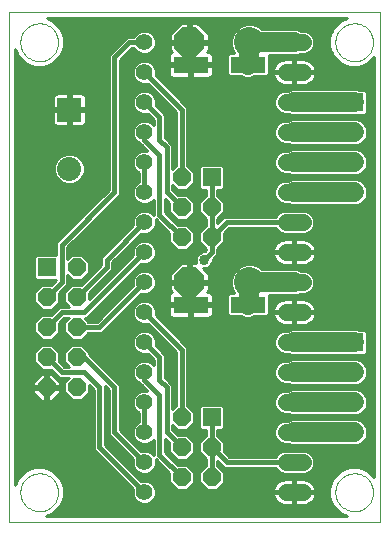
<source format=gtl>
G75*
%MOIN*%
%OFA0B0*%
%FSLAX24Y24*%
%IPPOS*%
%LPD*%
%AMOC8*
5,1,8,0,0,1.08239X$1,22.5*
%
%ADD10C,0.0000*%
%ADD11C,0.0560*%
%ADD12C,0.0560*%
%ADD13R,0.0800X0.0800*%
%ADD14C,0.0800*%
%ADD15R,0.0600X0.0600*%
%ADD16OC8,0.0600*%
%ADD17R,0.1181X0.0551*%
%ADD18C,0.1000*%
%ADD19OC8,0.1000*%
%ADD20C,0.0100*%
%ADD21C,0.0160*%
%ADD22C,0.0337*%
%ADD23C,0.0660*%
D10*
X000650Y000650D02*
X000650Y017646D01*
X013020Y017646D01*
X013020Y000650D01*
X000650Y000650D01*
X001020Y001650D02*
X001022Y001700D01*
X001028Y001750D01*
X001038Y001799D01*
X001052Y001847D01*
X001069Y001894D01*
X001090Y001939D01*
X001115Y001983D01*
X001143Y002024D01*
X001175Y002063D01*
X001209Y002100D01*
X001246Y002134D01*
X001286Y002164D01*
X001328Y002191D01*
X001372Y002215D01*
X001418Y002236D01*
X001465Y002252D01*
X001513Y002265D01*
X001563Y002274D01*
X001612Y002279D01*
X001663Y002280D01*
X001713Y002277D01*
X001762Y002270D01*
X001811Y002259D01*
X001859Y002244D01*
X001905Y002226D01*
X001950Y002204D01*
X001993Y002178D01*
X002034Y002149D01*
X002073Y002117D01*
X002109Y002082D01*
X002141Y002044D01*
X002171Y002004D01*
X002198Y001961D01*
X002221Y001917D01*
X002240Y001871D01*
X002256Y001823D01*
X002268Y001774D01*
X002276Y001725D01*
X002280Y001675D01*
X002280Y001625D01*
X002276Y001575D01*
X002268Y001526D01*
X002256Y001477D01*
X002240Y001429D01*
X002221Y001383D01*
X002198Y001339D01*
X002171Y001296D01*
X002141Y001256D01*
X002109Y001218D01*
X002073Y001183D01*
X002034Y001151D01*
X001993Y001122D01*
X001950Y001096D01*
X001905Y001074D01*
X001859Y001056D01*
X001811Y001041D01*
X001762Y001030D01*
X001713Y001023D01*
X001663Y001020D01*
X001612Y001021D01*
X001563Y001026D01*
X001513Y001035D01*
X001465Y001048D01*
X001418Y001064D01*
X001372Y001085D01*
X001328Y001109D01*
X001286Y001136D01*
X001246Y001166D01*
X001209Y001200D01*
X001175Y001237D01*
X001143Y001276D01*
X001115Y001317D01*
X001090Y001361D01*
X001069Y001406D01*
X001052Y001453D01*
X001038Y001501D01*
X001028Y001550D01*
X001022Y001600D01*
X001020Y001650D01*
X011520Y001650D02*
X011522Y001700D01*
X011528Y001750D01*
X011538Y001799D01*
X011552Y001847D01*
X011569Y001894D01*
X011590Y001939D01*
X011615Y001983D01*
X011643Y002024D01*
X011675Y002063D01*
X011709Y002100D01*
X011746Y002134D01*
X011786Y002164D01*
X011828Y002191D01*
X011872Y002215D01*
X011918Y002236D01*
X011965Y002252D01*
X012013Y002265D01*
X012063Y002274D01*
X012112Y002279D01*
X012163Y002280D01*
X012213Y002277D01*
X012262Y002270D01*
X012311Y002259D01*
X012359Y002244D01*
X012405Y002226D01*
X012450Y002204D01*
X012493Y002178D01*
X012534Y002149D01*
X012573Y002117D01*
X012609Y002082D01*
X012641Y002044D01*
X012671Y002004D01*
X012698Y001961D01*
X012721Y001917D01*
X012740Y001871D01*
X012756Y001823D01*
X012768Y001774D01*
X012776Y001725D01*
X012780Y001675D01*
X012780Y001625D01*
X012776Y001575D01*
X012768Y001526D01*
X012756Y001477D01*
X012740Y001429D01*
X012721Y001383D01*
X012698Y001339D01*
X012671Y001296D01*
X012641Y001256D01*
X012609Y001218D01*
X012573Y001183D01*
X012534Y001151D01*
X012493Y001122D01*
X012450Y001096D01*
X012405Y001074D01*
X012359Y001056D01*
X012311Y001041D01*
X012262Y001030D01*
X012213Y001023D01*
X012163Y001020D01*
X012112Y001021D01*
X012063Y001026D01*
X012013Y001035D01*
X011965Y001048D01*
X011918Y001064D01*
X011872Y001085D01*
X011828Y001109D01*
X011786Y001136D01*
X011746Y001166D01*
X011709Y001200D01*
X011675Y001237D01*
X011643Y001276D01*
X011615Y001317D01*
X011590Y001361D01*
X011569Y001406D01*
X011552Y001453D01*
X011538Y001501D01*
X011528Y001550D01*
X011522Y001600D01*
X011520Y001650D01*
X011520Y016650D02*
X011522Y016700D01*
X011528Y016750D01*
X011538Y016799D01*
X011552Y016847D01*
X011569Y016894D01*
X011590Y016939D01*
X011615Y016983D01*
X011643Y017024D01*
X011675Y017063D01*
X011709Y017100D01*
X011746Y017134D01*
X011786Y017164D01*
X011828Y017191D01*
X011872Y017215D01*
X011918Y017236D01*
X011965Y017252D01*
X012013Y017265D01*
X012063Y017274D01*
X012112Y017279D01*
X012163Y017280D01*
X012213Y017277D01*
X012262Y017270D01*
X012311Y017259D01*
X012359Y017244D01*
X012405Y017226D01*
X012450Y017204D01*
X012493Y017178D01*
X012534Y017149D01*
X012573Y017117D01*
X012609Y017082D01*
X012641Y017044D01*
X012671Y017004D01*
X012698Y016961D01*
X012721Y016917D01*
X012740Y016871D01*
X012756Y016823D01*
X012768Y016774D01*
X012776Y016725D01*
X012780Y016675D01*
X012780Y016625D01*
X012776Y016575D01*
X012768Y016526D01*
X012756Y016477D01*
X012740Y016429D01*
X012721Y016383D01*
X012698Y016339D01*
X012671Y016296D01*
X012641Y016256D01*
X012609Y016218D01*
X012573Y016183D01*
X012534Y016151D01*
X012493Y016122D01*
X012450Y016096D01*
X012405Y016074D01*
X012359Y016056D01*
X012311Y016041D01*
X012262Y016030D01*
X012213Y016023D01*
X012163Y016020D01*
X012112Y016021D01*
X012063Y016026D01*
X012013Y016035D01*
X011965Y016048D01*
X011918Y016064D01*
X011872Y016085D01*
X011828Y016109D01*
X011786Y016136D01*
X011746Y016166D01*
X011709Y016200D01*
X011675Y016237D01*
X011643Y016276D01*
X011615Y016317D01*
X011590Y016361D01*
X011569Y016406D01*
X011552Y016453D01*
X011538Y016501D01*
X011528Y016550D01*
X011522Y016600D01*
X011520Y016650D01*
X001020Y016650D02*
X001022Y016700D01*
X001028Y016750D01*
X001038Y016799D01*
X001052Y016847D01*
X001069Y016894D01*
X001090Y016939D01*
X001115Y016983D01*
X001143Y017024D01*
X001175Y017063D01*
X001209Y017100D01*
X001246Y017134D01*
X001286Y017164D01*
X001328Y017191D01*
X001372Y017215D01*
X001418Y017236D01*
X001465Y017252D01*
X001513Y017265D01*
X001563Y017274D01*
X001612Y017279D01*
X001663Y017280D01*
X001713Y017277D01*
X001762Y017270D01*
X001811Y017259D01*
X001859Y017244D01*
X001905Y017226D01*
X001950Y017204D01*
X001993Y017178D01*
X002034Y017149D01*
X002073Y017117D01*
X002109Y017082D01*
X002141Y017044D01*
X002171Y017004D01*
X002198Y016961D01*
X002221Y016917D01*
X002240Y016871D01*
X002256Y016823D01*
X002268Y016774D01*
X002276Y016725D01*
X002280Y016675D01*
X002280Y016625D01*
X002276Y016575D01*
X002268Y016526D01*
X002256Y016477D01*
X002240Y016429D01*
X002221Y016383D01*
X002198Y016339D01*
X002171Y016296D01*
X002141Y016256D01*
X002109Y016218D01*
X002073Y016183D01*
X002034Y016151D01*
X001993Y016122D01*
X001950Y016096D01*
X001905Y016074D01*
X001859Y016056D01*
X001811Y016041D01*
X001762Y016030D01*
X001713Y016023D01*
X001663Y016020D01*
X001612Y016021D01*
X001563Y016026D01*
X001513Y016035D01*
X001465Y016048D01*
X001418Y016064D01*
X001372Y016085D01*
X001328Y016109D01*
X001286Y016136D01*
X001246Y016166D01*
X001209Y016200D01*
X001175Y016237D01*
X001143Y016276D01*
X001115Y016317D01*
X001090Y016361D01*
X001069Y016406D01*
X001052Y016453D01*
X001038Y016501D01*
X001028Y016550D01*
X001022Y016600D01*
X001020Y016650D01*
D11*
X005150Y016650D03*
X005150Y015650D03*
X005150Y014650D03*
X005150Y013650D03*
X005150Y012650D03*
X005150Y011650D03*
X005150Y010650D03*
X005150Y009650D03*
X005150Y008650D03*
X005150Y007650D03*
X005150Y006650D03*
X005150Y005650D03*
X005150Y004650D03*
X005150Y003650D03*
X005150Y002650D03*
X005150Y001650D03*
D12*
X009870Y001650D02*
X010430Y001650D01*
X010430Y002650D02*
X009870Y002650D01*
X009870Y003650D02*
X010430Y003650D01*
X010430Y004650D02*
X009870Y004650D01*
X009870Y005650D02*
X010430Y005650D01*
X010430Y006650D02*
X009870Y006650D01*
X009870Y007650D02*
X010430Y007650D01*
X010430Y008650D02*
X009870Y008650D01*
X009870Y009650D02*
X010430Y009650D01*
X010430Y010650D02*
X009870Y010650D01*
X009870Y011650D02*
X010430Y011650D01*
X010430Y012650D02*
X009870Y012650D01*
X009870Y013650D02*
X010430Y013650D01*
X010430Y014650D02*
X009870Y014650D01*
X009870Y015650D02*
X010430Y015650D01*
X010430Y016650D02*
X009870Y016650D01*
D13*
X002650Y014400D03*
D14*
X002650Y012431D03*
D15*
X001900Y009150D03*
X007400Y012150D03*
X012150Y014650D03*
X012150Y006650D03*
X007400Y004150D03*
D16*
X007400Y003150D03*
X007400Y002150D03*
X006400Y002150D03*
X006400Y003150D03*
X006400Y004150D03*
X002900Y005150D03*
X002900Y006150D03*
X002900Y007150D03*
X002900Y008150D03*
X002900Y009150D03*
X001900Y008150D03*
X001900Y007150D03*
X001900Y006150D03*
X001900Y005150D03*
X006400Y010150D03*
X006400Y011150D03*
X006400Y012150D03*
X007400Y011150D03*
X007400Y010150D03*
X012150Y011650D03*
X012150Y012650D03*
X012150Y013650D03*
X012150Y005650D03*
X012150Y004650D03*
X012150Y003650D03*
D17*
X008595Y007900D03*
X006705Y007900D03*
X006705Y015900D03*
X008595Y015900D03*
D18*
X008650Y016650D03*
X008650Y008650D03*
D19*
X006650Y008650D03*
X006650Y016650D03*
D20*
X006700Y016607D02*
X008040Y016607D01*
X008040Y016529D02*
X008133Y016304D01*
X008152Y016286D01*
X007959Y016286D01*
X007894Y016221D01*
X007894Y015579D01*
X007959Y015514D01*
X008376Y015514D01*
X008507Y015460D01*
X008682Y015460D01*
X008814Y015514D01*
X009231Y015514D01*
X009295Y015579D01*
X009295Y016210D01*
X010238Y016210D01*
X010358Y016260D01*
X010508Y016260D01*
X010651Y016319D01*
X010761Y016429D01*
X010820Y016572D01*
X010820Y016728D01*
X010761Y016871D01*
X010651Y016981D01*
X010508Y017040D01*
X010358Y017040D01*
X010238Y017090D01*
X009073Y017090D01*
X008996Y017167D01*
X008771Y017260D01*
X008529Y017260D01*
X008304Y017167D01*
X008133Y016996D01*
X008040Y016771D01*
X008040Y016529D01*
X008048Y016509D02*
X007300Y016509D01*
X007300Y016600D02*
X006700Y016600D01*
X006700Y016700D01*
X007300Y016700D01*
X007300Y016919D01*
X006919Y017300D01*
X006700Y017300D01*
X006700Y016700D01*
X006600Y016700D01*
X006600Y017300D01*
X006381Y017300D01*
X006000Y016919D01*
X006000Y016700D01*
X006600Y016700D01*
X006600Y016600D01*
X006000Y016600D01*
X006000Y016381D01*
X006064Y016317D01*
X006057Y016315D01*
X006022Y016296D01*
X005995Y016268D01*
X005975Y016233D01*
X005965Y016195D01*
X005965Y015950D01*
X006655Y015950D01*
X006655Y015850D01*
X005965Y015850D01*
X005965Y015605D01*
X005975Y015567D01*
X005995Y015532D01*
X006022Y015504D01*
X006057Y015485D01*
X006095Y015474D01*
X006655Y015474D01*
X006655Y015850D01*
X006755Y015850D01*
X006755Y015474D01*
X007315Y015474D01*
X007354Y015485D01*
X007388Y015504D01*
X007416Y015532D01*
X007435Y015567D01*
X007446Y015605D01*
X007446Y015850D01*
X006755Y015850D01*
X006755Y015950D01*
X006655Y015950D01*
X006655Y016326D01*
X006600Y016326D01*
X006600Y016600D01*
X006700Y016600D01*
X006700Y016000D01*
X006755Y016000D01*
X006755Y015950D01*
X007446Y015950D01*
X007446Y016195D01*
X007435Y016233D01*
X007416Y016268D01*
X007388Y016296D01*
X007354Y016315D01*
X007315Y016326D01*
X007245Y016326D01*
X007300Y016381D01*
X007300Y016600D01*
X007300Y016706D02*
X008040Y016706D01*
X008054Y016804D02*
X007300Y016804D01*
X007300Y016903D02*
X008094Y016903D01*
X008138Y017001D02*
X007218Y017001D01*
X007120Y017100D02*
X008237Y017100D01*
X008379Y017198D02*
X007021Y017198D01*
X006923Y017297D02*
X011623Y017297D01*
X011680Y017354D02*
X011446Y017120D01*
X011320Y016815D01*
X011320Y016485D01*
X011446Y016180D01*
X011680Y015946D01*
X011985Y015820D01*
X012315Y015820D01*
X012620Y015946D01*
X012820Y016146D01*
X012820Y002154D01*
X012620Y002354D01*
X012315Y002480D01*
X011985Y002480D01*
X011680Y002354D01*
X011446Y002120D01*
X011320Y001815D01*
X011320Y001485D01*
X011446Y001180D01*
X011680Y000946D01*
X011913Y000850D01*
X001887Y000850D01*
X002120Y000946D01*
X002354Y001180D01*
X002480Y001485D01*
X002480Y001815D01*
X002354Y002120D01*
X002120Y002354D01*
X001815Y002480D01*
X001485Y002480D01*
X001180Y002354D01*
X000946Y002120D01*
X000850Y001887D01*
X000850Y016413D01*
X000946Y016180D01*
X001180Y015946D01*
X001485Y015820D01*
X001815Y015820D01*
X002120Y015946D01*
X002354Y016180D01*
X002480Y016485D01*
X002480Y016815D01*
X002354Y017120D01*
X002120Y017354D01*
X001897Y017446D01*
X011903Y017446D01*
X011680Y017354D01*
X011780Y017395D02*
X002020Y017395D01*
X002177Y017297D02*
X006377Y017297D01*
X006279Y017198D02*
X002276Y017198D01*
X002362Y017100D02*
X006180Y017100D01*
X006082Y017001D02*
X005322Y017001D01*
X005371Y016981D02*
X005228Y017040D01*
X005072Y017040D01*
X004929Y016981D01*
X004819Y016871D01*
X004807Y016840D01*
X004571Y016840D01*
X004071Y016340D01*
X003960Y016229D01*
X003960Y011729D01*
X002321Y010090D01*
X002210Y009979D01*
X002210Y009560D01*
X001554Y009560D01*
X001490Y009496D01*
X001490Y008804D01*
X001554Y008740D01*
X002210Y008740D01*
X002210Y008729D01*
X002041Y008560D01*
X001730Y008560D01*
X001490Y008320D01*
X001490Y007980D01*
X001730Y007740D01*
X002070Y007740D01*
X002310Y007980D01*
X002310Y008291D01*
X002590Y008571D01*
X002590Y008880D01*
X002730Y008740D01*
X003070Y008740D01*
X003310Y008980D01*
X003310Y009320D01*
X003070Y009560D01*
X002730Y009560D01*
X002590Y009420D01*
X002590Y009821D01*
X004340Y011571D01*
X004340Y016071D01*
X004729Y016460D01*
X004807Y016460D01*
X004819Y016429D01*
X004929Y016319D01*
X005072Y016260D01*
X005228Y016260D01*
X005371Y016319D01*
X005481Y016429D01*
X005540Y016572D01*
X005540Y016728D01*
X005481Y016871D01*
X005371Y016981D01*
X005449Y016903D02*
X006000Y016903D01*
X006000Y016804D02*
X005508Y016804D01*
X005540Y016706D02*
X006000Y016706D01*
X006000Y016509D02*
X005514Y016509D01*
X005540Y016607D02*
X006600Y016607D01*
X006600Y016509D02*
X006700Y016509D01*
X006700Y016410D02*
X006600Y016410D01*
X006655Y016312D02*
X006700Y016312D01*
X006700Y016213D02*
X006655Y016213D01*
X006655Y016115D02*
X006700Y016115D01*
X006700Y016016D02*
X006655Y016016D01*
X006655Y015918D02*
X005434Y015918D01*
X005481Y015871D02*
X005371Y015981D01*
X005228Y016040D01*
X005072Y016040D01*
X004929Y015981D01*
X004819Y015871D01*
X004760Y015728D01*
X004760Y015572D01*
X004819Y015429D01*
X004929Y015319D01*
X005072Y015260D01*
X005228Y015260D01*
X005258Y015273D01*
X006210Y014321D01*
X006210Y012540D01*
X006090Y012420D01*
X006090Y013229D01*
X005979Y013340D01*
X005840Y013479D01*
X005840Y014229D01*
X005527Y014542D01*
X005540Y014572D01*
X005540Y014728D01*
X005481Y014871D01*
X005371Y014981D01*
X005228Y015040D01*
X005072Y015040D01*
X004929Y014981D01*
X004819Y014871D01*
X004760Y014728D01*
X004760Y014572D01*
X004819Y014429D01*
X004929Y014319D01*
X005072Y014260D01*
X005228Y014260D01*
X005258Y014273D01*
X005460Y014071D01*
X005460Y013892D01*
X005371Y013981D01*
X005228Y014040D01*
X005072Y014040D01*
X004929Y013981D01*
X004819Y013871D01*
X004760Y013728D01*
X004760Y013572D01*
X004819Y013429D01*
X004929Y013319D01*
X004985Y013296D01*
X005071Y013210D01*
X005251Y013030D01*
X005228Y013040D01*
X005072Y013040D01*
X004929Y012981D01*
X004819Y012871D01*
X004760Y012728D01*
X004760Y012572D01*
X004819Y012429D01*
X004929Y012319D01*
X004960Y012307D01*
X004960Y011993D01*
X004929Y011981D01*
X004819Y011871D01*
X004760Y011728D01*
X004760Y011572D01*
X004819Y011429D01*
X004929Y011319D01*
X005072Y011260D01*
X005228Y011260D01*
X005371Y011319D01*
X005460Y011408D01*
X005460Y010892D01*
X005371Y010981D01*
X005228Y011040D01*
X005072Y011040D01*
X004929Y010981D01*
X004819Y010871D01*
X004760Y010728D01*
X004760Y010572D01*
X004773Y010542D01*
X003821Y009590D01*
X003710Y009479D01*
X003710Y009229D01*
X003041Y008560D01*
X002730Y008560D01*
X002490Y008320D01*
X002490Y007980D01*
X002630Y007840D01*
X002321Y007840D01*
X002041Y007560D01*
X001730Y007560D01*
X001490Y007320D01*
X001490Y006980D01*
X001730Y006740D01*
X002070Y006740D01*
X002310Y006980D01*
X002310Y007291D01*
X002479Y007460D01*
X002630Y007460D01*
X002490Y007320D01*
X002490Y006980D01*
X002730Y006740D01*
X003070Y006740D01*
X003290Y006960D01*
X003729Y006960D01*
X003840Y007071D01*
X003840Y007071D01*
X005042Y008273D01*
X005072Y008260D01*
X005228Y008260D01*
X005371Y008319D01*
X005481Y008429D01*
X005540Y008572D01*
X005540Y008728D01*
X005481Y008871D01*
X005371Y008981D01*
X005228Y009040D01*
X005072Y009040D01*
X004929Y008981D01*
X004819Y008871D01*
X004760Y008728D01*
X004760Y008572D01*
X004773Y008542D01*
X003571Y007340D01*
X003290Y007340D01*
X003170Y007460D01*
X003229Y007460D01*
X003340Y007571D01*
X005042Y009273D01*
X005072Y009260D01*
X005228Y009260D01*
X005371Y009319D01*
X005481Y009429D01*
X005540Y009572D01*
X005540Y009728D01*
X005481Y009871D01*
X005371Y009981D01*
X005228Y010040D01*
X005072Y010040D01*
X004929Y009981D01*
X004819Y009871D01*
X004760Y009728D01*
X004760Y009572D01*
X004773Y009542D01*
X003310Y008079D01*
X003310Y008291D01*
X004090Y009071D01*
X004090Y009321D01*
X005042Y010273D01*
X005072Y010260D01*
X005228Y010260D01*
X005371Y010319D01*
X005481Y010429D01*
X005540Y010572D01*
X005540Y010728D01*
X005530Y010751D01*
X005990Y010291D01*
X005990Y009980D01*
X006230Y009740D01*
X006570Y009740D01*
X006810Y009980D01*
X006810Y010320D01*
X006570Y010560D01*
X006259Y010560D01*
X005840Y010979D01*
X005840Y011441D01*
X005990Y011291D01*
X005990Y010980D01*
X006230Y010740D01*
X006570Y010740D01*
X006810Y010980D01*
X006810Y011320D01*
X006570Y011560D01*
X006259Y011560D01*
X006090Y011729D01*
X006090Y011880D01*
X006230Y011740D01*
X006570Y011740D01*
X006810Y011980D01*
X006810Y012320D01*
X006590Y012540D01*
X006590Y014479D01*
X006479Y014590D01*
X005527Y015542D01*
X005540Y015572D01*
X005540Y015728D01*
X005481Y015871D01*
X005502Y015819D02*
X005965Y015819D01*
X005965Y015721D02*
X005540Y015721D01*
X005540Y015622D02*
X005965Y015622D01*
X006003Y015524D02*
X005545Y015524D01*
X005644Y015425D02*
X009502Y015425D01*
X009542Y015370D01*
X009590Y015322D01*
X009645Y015282D01*
X009705Y015252D01*
X009769Y015231D01*
X009836Y015220D01*
X010121Y015220D01*
X010121Y015621D01*
X010179Y015621D01*
X010179Y015679D01*
X010121Y015679D01*
X010121Y016080D01*
X009836Y016080D01*
X009769Y016069D01*
X009705Y016048D01*
X009645Y016018D01*
X009590Y015978D01*
X009542Y015930D01*
X009502Y015875D01*
X009472Y015815D01*
X009451Y015751D01*
X009440Y015684D01*
X009440Y015679D01*
X010121Y015679D01*
X010121Y015621D01*
X009440Y015621D01*
X009440Y015616D01*
X009451Y015549D01*
X009472Y015485D01*
X009502Y015425D01*
X009459Y015524D02*
X009240Y015524D01*
X009295Y015622D02*
X010121Y015622D01*
X010179Y015621D02*
X010179Y015220D01*
X010464Y015220D01*
X010531Y015231D01*
X010595Y015252D01*
X010655Y015282D01*
X010710Y015322D01*
X010758Y015370D01*
X010798Y015425D01*
X012820Y015425D01*
X012820Y015327D02*
X010715Y015327D01*
X010798Y015425D02*
X010828Y015485D01*
X010849Y015549D01*
X010860Y015616D01*
X010860Y015621D01*
X010179Y015621D01*
X010179Y015622D02*
X012820Y015622D01*
X012820Y015524D02*
X010841Y015524D01*
X010860Y015679D02*
X010860Y015684D01*
X010849Y015751D01*
X010828Y015815D01*
X010798Y015875D01*
X010758Y015930D01*
X010710Y015978D01*
X010655Y016018D01*
X010595Y016048D01*
X010531Y016069D01*
X010464Y016080D01*
X010179Y016080D01*
X010179Y015679D01*
X010860Y015679D01*
X010854Y015721D02*
X012820Y015721D01*
X012820Y015819D02*
X010826Y015819D01*
X010767Y015918D02*
X011750Y015918D01*
X011610Y016016D02*
X010658Y016016D01*
X010632Y016312D02*
X011392Y016312D01*
X011351Y016410D02*
X010742Y016410D01*
X010794Y016509D02*
X011320Y016509D01*
X011320Y016607D02*
X010820Y016607D01*
X010820Y016706D02*
X011320Y016706D01*
X011320Y016804D02*
X010788Y016804D01*
X010729Y016903D02*
X011356Y016903D01*
X011397Y017001D02*
X010602Y017001D01*
X010245Y016213D02*
X011433Y016213D01*
X011512Y016115D02*
X009295Y016115D01*
X009295Y016016D02*
X009642Y016016D01*
X009533Y015918D02*
X009295Y015918D01*
X009295Y015819D02*
X009474Y015819D01*
X009446Y015721D02*
X009295Y015721D01*
X009585Y015327D02*
X005742Y015327D01*
X005841Y015228D02*
X009785Y015228D01*
X009792Y015040D02*
X009942Y015040D01*
X010062Y015090D01*
X012238Y015090D01*
X012310Y015060D01*
X012496Y015060D01*
X012560Y014996D01*
X012560Y014810D01*
X012590Y014738D01*
X012590Y014562D01*
X012560Y014490D01*
X012560Y014304D01*
X012496Y014240D01*
X012310Y014240D01*
X012238Y014210D01*
X010062Y014210D01*
X009942Y014260D01*
X009792Y014260D01*
X009649Y014319D01*
X009539Y014429D01*
X009480Y014572D01*
X009480Y014728D01*
X009539Y014871D01*
X009649Y014981D01*
X009792Y015040D01*
X009771Y015031D02*
X006038Y015031D01*
X006136Y014933D02*
X009601Y014933D01*
X009524Y014834D02*
X006235Y014834D01*
X006333Y014736D02*
X009483Y014736D01*
X009480Y014637D02*
X006432Y014637D01*
X006530Y014539D02*
X009494Y014539D01*
X009535Y014440D02*
X006590Y014440D01*
X006590Y014342D02*
X009627Y014342D01*
X009792Y014040D02*
X009649Y013981D01*
X009539Y013871D01*
X009480Y013728D01*
X009480Y013572D01*
X009539Y013429D01*
X009649Y013319D01*
X009792Y013260D01*
X009942Y013260D01*
X010062Y013210D01*
X012238Y013210D01*
X012310Y013240D01*
X012320Y013240D01*
X012327Y013247D01*
X012399Y013277D01*
X012523Y013401D01*
X012553Y013473D01*
X012560Y013480D01*
X012560Y013490D01*
X012590Y013562D01*
X012590Y013738D01*
X012560Y013810D01*
X012560Y013820D01*
X012553Y013827D01*
X012523Y013899D01*
X012399Y014023D01*
X012327Y014053D01*
X012320Y014060D01*
X012310Y014060D01*
X012238Y014090D01*
X010062Y014090D01*
X009942Y014040D01*
X009792Y014040D01*
X009956Y014046D02*
X006590Y014046D01*
X006590Y013948D02*
X009616Y013948D01*
X009530Y013849D02*
X006590Y013849D01*
X006590Y013751D02*
X009490Y013751D01*
X009480Y013652D02*
X006590Y013652D01*
X006590Y013554D02*
X009488Y013554D01*
X009529Y013455D02*
X006590Y013455D01*
X006590Y013357D02*
X009612Y013357D01*
X009792Y013040D02*
X009649Y012981D01*
X009539Y012871D01*
X009480Y012728D01*
X009480Y012572D01*
X009539Y012429D01*
X009649Y012319D01*
X009792Y012260D01*
X009942Y012260D01*
X010062Y012210D01*
X012238Y012210D01*
X012310Y012240D01*
X012320Y012240D01*
X012327Y012247D01*
X012399Y012277D01*
X012523Y012401D01*
X012553Y012473D01*
X012560Y012480D01*
X012560Y012490D01*
X012590Y012562D01*
X012590Y012738D01*
X012560Y012810D01*
X012560Y012820D01*
X012553Y012827D01*
X012523Y012899D01*
X012399Y013023D01*
X012327Y013053D01*
X012320Y013060D01*
X012310Y013060D01*
X012238Y013090D01*
X010062Y013090D01*
X009942Y013040D01*
X009792Y013040D01*
X009631Y012963D02*
X006590Y012963D01*
X006590Y013061D02*
X009993Y013061D01*
X009947Y013258D02*
X006590Y013258D01*
X006590Y013160D02*
X012820Y013160D01*
X012820Y013258D02*
X012353Y013258D01*
X012479Y013357D02*
X012820Y013357D01*
X012820Y013455D02*
X012545Y013455D01*
X012586Y013554D02*
X012820Y013554D01*
X012820Y013652D02*
X012590Y013652D01*
X012585Y013751D02*
X012820Y013751D01*
X012820Y013849D02*
X012544Y013849D01*
X012475Y013948D02*
X012820Y013948D01*
X012820Y014046D02*
X012344Y014046D01*
X012499Y014243D02*
X012820Y014243D01*
X012820Y014145D02*
X006590Y014145D01*
X006590Y014243D02*
X009983Y014243D01*
X010121Y015228D02*
X010179Y015228D01*
X010179Y015327D02*
X010121Y015327D01*
X010121Y015425D02*
X010179Y015425D01*
X010179Y015524D02*
X010121Y015524D01*
X010121Y015721D02*
X010179Y015721D01*
X010179Y015819D02*
X010121Y015819D01*
X010121Y015918D02*
X010179Y015918D01*
X010179Y016016D02*
X010121Y016016D01*
X010515Y015228D02*
X012820Y015228D01*
X012820Y015130D02*
X005939Y015130D01*
X005697Y014834D02*
X005496Y014834D01*
X005537Y014736D02*
X005796Y014736D01*
X005894Y014637D02*
X005540Y014637D01*
X005530Y014539D02*
X005993Y014539D01*
X006091Y014440D02*
X005629Y014440D01*
X005727Y014342D02*
X006190Y014342D01*
X006210Y014243D02*
X005826Y014243D01*
X005840Y014145D02*
X006210Y014145D01*
X006210Y014046D02*
X005840Y014046D01*
X005840Y013948D02*
X006210Y013948D01*
X006210Y013849D02*
X005840Y013849D01*
X005840Y013751D02*
X006210Y013751D01*
X006210Y013652D02*
X005840Y013652D01*
X005840Y013554D02*
X006210Y013554D01*
X006210Y013455D02*
X005864Y013455D01*
X005962Y013357D02*
X006210Y013357D01*
X006210Y013258D02*
X006061Y013258D01*
X006090Y013160D02*
X006210Y013160D01*
X006210Y013061D02*
X006090Y013061D01*
X006090Y012963D02*
X006210Y012963D01*
X006210Y012864D02*
X006090Y012864D01*
X006090Y012766D02*
X006210Y012766D01*
X006210Y012667D02*
X006090Y012667D01*
X006090Y012569D02*
X006210Y012569D01*
X006140Y012470D02*
X006090Y012470D01*
X006590Y012569D02*
X009482Y012569D01*
X009480Y012667D02*
X006590Y012667D01*
X006590Y012766D02*
X009496Y012766D01*
X009537Y012864D02*
X006590Y012864D01*
X006660Y012470D02*
X006990Y012470D01*
X006990Y012496D02*
X006990Y011804D01*
X007054Y011740D01*
X007210Y011740D01*
X007210Y011540D01*
X006990Y011320D01*
X006990Y010980D01*
X007210Y010760D01*
X007210Y010540D01*
X006990Y010320D01*
X006990Y009980D01*
X007210Y009760D01*
X007210Y009729D01*
X007160Y009678D01*
X007095Y009678D01*
X006992Y009636D01*
X006914Y009558D01*
X006872Y009455D01*
X006872Y009345D01*
X006890Y009300D01*
X006700Y009300D01*
X006700Y008700D01*
X007300Y008700D01*
X007300Y008919D01*
X007098Y009122D01*
X007205Y009122D01*
X007308Y009164D01*
X007386Y009242D01*
X007428Y009345D01*
X007428Y009410D01*
X007590Y009571D01*
X007590Y009760D01*
X007810Y009980D01*
X007810Y010291D01*
X007979Y010460D01*
X009527Y010460D01*
X009539Y010429D01*
X009649Y010319D01*
X009792Y010260D01*
X010508Y010260D01*
X010651Y010319D01*
X010761Y010429D01*
X010820Y010572D01*
X010820Y010728D01*
X010761Y010871D01*
X010651Y010981D01*
X010508Y011040D01*
X009792Y011040D01*
X009649Y010981D01*
X009539Y010871D01*
X009527Y010840D01*
X007821Y010840D01*
X007590Y010609D01*
X007590Y010760D01*
X007810Y010980D01*
X007810Y011320D01*
X007590Y011540D01*
X007590Y011740D01*
X007746Y011740D01*
X007810Y011804D01*
X007810Y012496D01*
X007746Y012560D01*
X007054Y012560D01*
X006990Y012496D01*
X006990Y012372D02*
X006758Y012372D01*
X006810Y012273D02*
X006990Y012273D01*
X006990Y012175D02*
X006810Y012175D01*
X006810Y012076D02*
X006990Y012076D01*
X006990Y011978D02*
X006807Y011978D01*
X006709Y011879D02*
X006990Y011879D01*
X007014Y011781D02*
X006610Y011781D01*
X006645Y011485D02*
X007155Y011485D01*
X007210Y011584D02*
X006235Y011584D01*
X006137Y011682D02*
X007210Y011682D01*
X007057Y011387D02*
X006743Y011387D01*
X006810Y011288D02*
X006990Y011288D01*
X006990Y011190D02*
X006810Y011190D01*
X006810Y011091D02*
X006990Y011091D01*
X006990Y010993D02*
X006810Y010993D01*
X006724Y010894D02*
X007076Y010894D01*
X007175Y010796D02*
X006625Y010796D01*
X006630Y010500D02*
X007170Y010500D01*
X007210Y010599D02*
X006220Y010599D01*
X006122Y010697D02*
X007210Y010697D01*
X007072Y010402D02*
X006728Y010402D01*
X006810Y010303D02*
X006990Y010303D01*
X006990Y010205D02*
X006810Y010205D01*
X006810Y010106D02*
X006990Y010106D01*
X006990Y010008D02*
X006810Y010008D01*
X006739Y009909D02*
X007061Y009909D01*
X007160Y009811D02*
X006640Y009811D01*
X006896Y009515D02*
X005516Y009515D01*
X005540Y009614D02*
X006970Y009614D01*
X006872Y009417D02*
X005468Y009417D01*
X005368Y009318D02*
X006883Y009318D01*
X006700Y009220D02*
X006600Y009220D01*
X006600Y009300D02*
X006381Y009300D01*
X006000Y008919D01*
X006000Y008700D01*
X006600Y008700D01*
X006600Y009300D01*
X006600Y009121D02*
X006700Y009121D01*
X006700Y009023D02*
X006600Y009023D01*
X006600Y008924D02*
X006700Y008924D01*
X006700Y008826D02*
X006600Y008826D01*
X006600Y008727D02*
X006700Y008727D01*
X006700Y008700D02*
X006600Y008700D01*
X006600Y008600D01*
X006000Y008600D01*
X006000Y008381D01*
X006064Y008317D01*
X006057Y008315D01*
X006022Y008296D01*
X005995Y008268D01*
X005975Y008233D01*
X005965Y008195D01*
X005965Y007950D01*
X006655Y007950D01*
X006655Y007850D01*
X005965Y007850D01*
X005965Y007605D01*
X005975Y007567D01*
X005995Y007532D01*
X006022Y007504D01*
X006057Y007485D01*
X006095Y007474D01*
X006655Y007474D01*
X006655Y007850D01*
X006755Y007850D01*
X006755Y007474D01*
X007315Y007474D01*
X007354Y007485D01*
X007388Y007504D01*
X007416Y007532D01*
X007435Y007567D01*
X007446Y007605D01*
X007446Y007850D01*
X006755Y007850D01*
X006755Y007950D01*
X006655Y007950D01*
X006655Y008326D01*
X006600Y008326D01*
X006600Y008600D01*
X006700Y008600D01*
X006700Y008700D01*
X006700Y008629D02*
X008040Y008629D01*
X008040Y008727D02*
X007300Y008727D01*
X007300Y008826D02*
X008062Y008826D01*
X008040Y008771D02*
X008040Y008529D01*
X008133Y008304D01*
X008152Y008286D01*
X007959Y008286D01*
X007894Y008221D01*
X007894Y007579D01*
X007959Y007514D01*
X008376Y007514D01*
X008507Y007460D01*
X008682Y007460D01*
X008814Y007514D01*
X009231Y007514D01*
X009295Y007579D01*
X009295Y008210D01*
X010238Y008210D01*
X010358Y008260D01*
X010508Y008260D01*
X010651Y008319D01*
X010761Y008429D01*
X010820Y008572D01*
X010820Y008728D01*
X010761Y008871D01*
X010651Y008981D01*
X010508Y009040D01*
X010358Y009040D01*
X010238Y009090D01*
X009073Y009090D01*
X008996Y009167D01*
X008771Y009260D01*
X008529Y009260D01*
X008304Y009167D01*
X008133Y008996D01*
X008040Y008771D01*
X008103Y008924D02*
X007295Y008924D01*
X007197Y009023D02*
X008160Y009023D01*
X008258Y009121D02*
X007098Y009121D01*
X007363Y009220D02*
X008431Y009220D01*
X008869Y009220D02*
X012820Y009220D01*
X012820Y009318D02*
X010705Y009318D01*
X010710Y009322D02*
X010758Y009370D01*
X010798Y009425D01*
X010828Y009485D01*
X010849Y009549D01*
X010860Y009616D01*
X010860Y009621D01*
X010179Y009621D01*
X010179Y009679D01*
X010121Y009679D01*
X010121Y010080D01*
X009836Y010080D01*
X009769Y010069D01*
X009705Y010048D01*
X009645Y010018D01*
X009590Y009978D01*
X009542Y009930D01*
X009502Y009875D01*
X009472Y009815D01*
X009451Y009751D01*
X009440Y009684D01*
X009440Y009679D01*
X010121Y009679D01*
X010121Y009621D01*
X010179Y009621D01*
X010179Y009220D01*
X010464Y009220D01*
X010531Y009231D01*
X010595Y009252D01*
X010655Y009282D01*
X010710Y009322D01*
X010792Y009417D02*
X012820Y009417D01*
X012820Y009515D02*
X010838Y009515D01*
X010860Y009614D02*
X012820Y009614D01*
X012820Y009712D02*
X010856Y009712D01*
X010860Y009684D02*
X010849Y009751D01*
X010828Y009815D01*
X010798Y009875D01*
X010758Y009930D01*
X010710Y009978D01*
X010655Y010018D01*
X010595Y010048D01*
X010531Y010069D01*
X010464Y010080D01*
X010179Y010080D01*
X010179Y009679D01*
X010860Y009679D01*
X010860Y009684D01*
X010830Y009811D02*
X012820Y009811D01*
X012820Y009909D02*
X010773Y009909D01*
X010669Y010008D02*
X012820Y010008D01*
X012820Y010106D02*
X007810Y010106D01*
X007810Y010008D02*
X009631Y010008D01*
X009527Y009909D02*
X007739Y009909D01*
X007640Y009811D02*
X009470Y009811D01*
X009444Y009712D02*
X007590Y009712D01*
X007590Y009614D02*
X009440Y009614D01*
X009440Y009616D02*
X009451Y009549D01*
X009472Y009485D01*
X009502Y009425D01*
X009542Y009370D01*
X009590Y009322D01*
X009645Y009282D01*
X009705Y009252D01*
X009769Y009231D01*
X009836Y009220D01*
X010121Y009220D01*
X010121Y009621D01*
X009440Y009621D01*
X009440Y009616D01*
X009462Y009515D02*
X007534Y009515D01*
X007435Y009417D02*
X009508Y009417D01*
X009595Y009318D02*
X007417Y009318D01*
X007193Y009712D02*
X005540Y009712D01*
X005506Y009811D02*
X006160Y009811D01*
X006061Y009909D02*
X005443Y009909D01*
X005306Y010008D02*
X005990Y010008D01*
X005990Y010106D02*
X004875Y010106D01*
X004973Y010205D02*
X005990Y010205D01*
X005978Y010303D02*
X005331Y010303D01*
X005453Y010402D02*
X005880Y010402D01*
X005781Y010500D02*
X005510Y010500D01*
X005540Y010599D02*
X005683Y010599D01*
X005584Y010697D02*
X005540Y010697D01*
X005460Y010894D02*
X005458Y010894D01*
X005460Y010993D02*
X005342Y010993D01*
X005460Y011091D02*
X003860Y011091D01*
X003958Y011190D02*
X005460Y011190D01*
X005460Y011288D02*
X005295Y011288D01*
X005438Y011387D02*
X005460Y011387D01*
X005840Y011387D02*
X005895Y011387D01*
X005840Y011288D02*
X005990Y011288D01*
X005990Y011190D02*
X005840Y011190D01*
X005840Y011091D02*
X005990Y011091D01*
X005990Y010993D02*
X005840Y010993D01*
X005925Y010894D02*
X006076Y010894D01*
X006023Y010796D02*
X006175Y010796D01*
X006190Y011781D02*
X006090Y011781D01*
X006090Y011879D02*
X006091Y011879D01*
X005220Y013061D02*
X004340Y013061D01*
X004340Y012963D02*
X004911Y012963D01*
X004817Y012864D02*
X004340Y012864D01*
X004340Y012766D02*
X004776Y012766D01*
X004760Y012667D02*
X004340Y012667D01*
X004340Y012569D02*
X004762Y012569D01*
X004802Y012470D02*
X004340Y012470D01*
X004340Y012372D02*
X004877Y012372D01*
X004960Y012273D02*
X004340Y012273D01*
X004340Y012175D02*
X004960Y012175D01*
X004960Y012076D02*
X004340Y012076D01*
X004340Y011978D02*
X004926Y011978D01*
X004827Y011879D02*
X004340Y011879D01*
X004340Y011781D02*
X004782Y011781D01*
X004760Y011682D02*
X004340Y011682D01*
X004340Y011584D02*
X004760Y011584D01*
X004796Y011485D02*
X004254Y011485D01*
X004155Y011387D02*
X004862Y011387D01*
X005005Y011288D02*
X004057Y011288D01*
X003815Y011584D02*
X000850Y011584D01*
X000850Y011682D02*
X003913Y011682D01*
X003960Y011781D02*
X000850Y011781D01*
X000850Y011879D02*
X003960Y011879D01*
X003960Y011978D02*
X002887Y011978D01*
X002939Y011999D02*
X003082Y012143D01*
X003160Y012330D01*
X003160Y012533D01*
X003082Y012720D01*
X002939Y012864D01*
X002751Y012941D01*
X002549Y012941D01*
X002361Y012864D01*
X002218Y012720D01*
X002140Y012533D01*
X002140Y012330D01*
X002218Y012143D01*
X002361Y011999D01*
X002549Y011921D01*
X002751Y011921D01*
X002939Y011999D01*
X003016Y012076D02*
X003960Y012076D01*
X003960Y012175D02*
X003096Y012175D01*
X003136Y012273D02*
X003960Y012273D01*
X003960Y012372D02*
X003160Y012372D01*
X003160Y012470D02*
X003960Y012470D01*
X003960Y012569D02*
X003145Y012569D01*
X003104Y012667D02*
X003960Y012667D01*
X003960Y012766D02*
X003037Y012766D01*
X002938Y012864D02*
X003960Y012864D01*
X003960Y012963D02*
X000850Y012963D01*
X000850Y013061D02*
X003960Y013061D01*
X003960Y013160D02*
X000850Y013160D01*
X000850Y013258D02*
X003960Y013258D01*
X003960Y013357D02*
X000850Y013357D01*
X000850Y013455D02*
X003960Y013455D01*
X003960Y013554D02*
X000850Y013554D01*
X000850Y013652D02*
X003960Y013652D01*
X003960Y013751D02*
X000850Y013751D01*
X000850Y013849D02*
X003960Y013849D01*
X003960Y013948D02*
X003191Y013948D01*
X003190Y013942D02*
X003200Y013980D01*
X003200Y014350D01*
X002700Y014350D01*
X002700Y014450D01*
X002600Y014450D01*
X002600Y014950D01*
X002230Y014950D01*
X002192Y014940D01*
X002158Y014920D01*
X002130Y014892D01*
X002110Y014858D01*
X002100Y014820D01*
X002100Y014450D01*
X002600Y014450D01*
X002600Y014350D01*
X002700Y014350D01*
X002700Y013850D01*
X003070Y013850D01*
X003108Y013860D01*
X003142Y013880D01*
X003170Y013908D01*
X003190Y013942D01*
X003200Y014046D02*
X003960Y014046D01*
X003960Y014145D02*
X003200Y014145D01*
X003200Y014243D02*
X003960Y014243D01*
X003960Y014342D02*
X003200Y014342D01*
X003200Y014450D02*
X003200Y014820D01*
X003190Y014858D01*
X003170Y014892D01*
X003142Y014920D01*
X003108Y014940D01*
X003070Y014950D01*
X002700Y014950D01*
X002700Y014450D01*
X003200Y014450D01*
X003200Y014539D02*
X003960Y014539D01*
X003960Y014637D02*
X003200Y014637D01*
X003200Y014736D02*
X003960Y014736D01*
X003960Y014834D02*
X003196Y014834D01*
X003120Y014933D02*
X003960Y014933D01*
X003960Y015031D02*
X000850Y015031D01*
X000850Y014933D02*
X002180Y014933D01*
X002104Y014834D02*
X000850Y014834D01*
X000850Y014736D02*
X002100Y014736D01*
X002100Y014637D02*
X000850Y014637D01*
X000850Y014539D02*
X002100Y014539D01*
X002100Y014350D02*
X002100Y013980D01*
X002110Y013942D01*
X002130Y013908D01*
X002158Y013880D01*
X002192Y013860D01*
X002230Y013850D01*
X002600Y013850D01*
X002600Y014350D01*
X002100Y014350D01*
X002100Y014342D02*
X000850Y014342D01*
X000850Y014440D02*
X002600Y014440D01*
X002600Y014342D02*
X002700Y014342D01*
X002700Y014440D02*
X003960Y014440D01*
X004340Y014440D02*
X004815Y014440D01*
X004774Y014539D02*
X004340Y014539D01*
X004340Y014637D02*
X004760Y014637D01*
X004763Y014736D02*
X004340Y014736D01*
X004340Y014834D02*
X004804Y014834D01*
X004881Y014933D02*
X004340Y014933D01*
X004340Y015031D02*
X005051Y015031D01*
X005249Y015031D02*
X005500Y015031D01*
X005419Y014933D02*
X005599Y014933D01*
X005402Y015130D02*
X004340Y015130D01*
X004340Y015228D02*
X005303Y015228D01*
X004922Y015327D02*
X004340Y015327D01*
X004340Y015425D02*
X004823Y015425D01*
X004780Y015524D02*
X004340Y015524D01*
X004340Y015622D02*
X004760Y015622D01*
X004760Y015721D02*
X004340Y015721D01*
X004340Y015819D02*
X004798Y015819D01*
X004866Y015918D02*
X004340Y015918D01*
X004340Y016016D02*
X005015Y016016D01*
X005285Y016016D02*
X005965Y016016D01*
X005965Y016115D02*
X004383Y016115D01*
X004482Y016213D02*
X005969Y016213D01*
X006050Y016312D02*
X005352Y016312D01*
X005462Y016410D02*
X006000Y016410D01*
X006600Y016706D02*
X006700Y016706D01*
X006700Y016804D02*
X006600Y016804D01*
X006600Y016903D02*
X006700Y016903D01*
X006700Y017001D02*
X006600Y017001D01*
X006600Y017100D02*
X006700Y017100D01*
X006700Y017198D02*
X006600Y017198D01*
X006600Y017297D02*
X006700Y017297D01*
X007300Y016410D02*
X008089Y016410D01*
X008130Y016312D02*
X007360Y016312D01*
X007441Y016213D02*
X007894Y016213D01*
X007894Y016115D02*
X007446Y016115D01*
X007446Y016016D02*
X007894Y016016D01*
X007894Y015918D02*
X006755Y015918D01*
X006755Y015819D02*
X006655Y015819D01*
X006655Y015721D02*
X006755Y015721D01*
X006755Y015622D02*
X006655Y015622D01*
X006655Y015524D02*
X006755Y015524D01*
X007407Y015524D02*
X007950Y015524D01*
X007894Y015622D02*
X007446Y015622D01*
X007446Y015721D02*
X007894Y015721D01*
X007894Y015819D02*
X007446Y015819D01*
X008921Y017198D02*
X011524Y017198D01*
X011438Y017100D02*
X009063Y017100D01*
X012307Y013061D02*
X012820Y013061D01*
X012820Y012963D02*
X012460Y012963D01*
X012538Y012864D02*
X012820Y012864D01*
X012820Y012766D02*
X012578Y012766D01*
X012590Y012667D02*
X012820Y012667D01*
X012820Y012569D02*
X012590Y012569D01*
X012552Y012470D02*
X012820Y012470D01*
X012820Y012372D02*
X012494Y012372D01*
X012390Y012273D02*
X012820Y012273D01*
X012820Y012175D02*
X007810Y012175D01*
X007810Y012273D02*
X009761Y012273D01*
X009597Y012372D02*
X007810Y012372D01*
X007810Y012470D02*
X009522Y012470D01*
X009649Y011981D02*
X009539Y011871D01*
X009480Y011728D01*
X009480Y011572D01*
X009539Y011429D01*
X009649Y011319D01*
X009792Y011260D01*
X009942Y011260D01*
X010062Y011210D01*
X012238Y011210D01*
X012310Y011240D01*
X012320Y011240D01*
X012327Y011247D01*
X012399Y011277D01*
X012523Y011401D01*
X012553Y011473D01*
X012560Y011480D01*
X012560Y011490D01*
X012590Y011562D01*
X012590Y011738D01*
X012560Y011810D01*
X012560Y011820D01*
X012553Y011827D01*
X012523Y011899D01*
X012399Y012023D01*
X012327Y012053D01*
X012320Y012060D01*
X012310Y012060D01*
X012238Y012090D01*
X010062Y012090D01*
X009942Y012040D01*
X009792Y012040D01*
X009649Y011981D01*
X009646Y011978D02*
X007810Y011978D01*
X007810Y012076D02*
X010029Y012076D01*
X009547Y011879D02*
X007810Y011879D01*
X007786Y011781D02*
X009502Y011781D01*
X009480Y011682D02*
X007590Y011682D01*
X007590Y011584D02*
X009480Y011584D01*
X009516Y011485D02*
X007645Y011485D01*
X007743Y011387D02*
X009582Y011387D01*
X009725Y011288D02*
X007810Y011288D01*
X007810Y011190D02*
X012820Y011190D01*
X012820Y011288D02*
X012410Y011288D01*
X012509Y011387D02*
X012820Y011387D01*
X012820Y011485D02*
X012560Y011485D01*
X012590Y011584D02*
X012820Y011584D01*
X012820Y011682D02*
X012590Y011682D01*
X012572Y011781D02*
X012820Y011781D01*
X012820Y011879D02*
X012531Y011879D01*
X012445Y011978D02*
X012820Y011978D01*
X012820Y012076D02*
X012271Y012076D01*
X012820Y011091D02*
X007810Y011091D01*
X007810Y010993D02*
X009678Y010993D01*
X009562Y010894D02*
X007724Y010894D01*
X007777Y010796D02*
X007625Y010796D01*
X007590Y010697D02*
X007678Y010697D01*
X007920Y010402D02*
X009567Y010402D01*
X009689Y010303D02*
X007822Y010303D01*
X007810Y010205D02*
X012820Y010205D01*
X012820Y010303D02*
X010611Y010303D01*
X010733Y010402D02*
X012820Y010402D01*
X012820Y010500D02*
X010790Y010500D01*
X010820Y010599D02*
X012820Y010599D01*
X012820Y010697D02*
X010820Y010697D01*
X010792Y010796D02*
X012820Y010796D01*
X012820Y010894D02*
X010738Y010894D01*
X010622Y010993D02*
X012820Y010993D01*
X012820Y009121D02*
X009042Y009121D01*
X009295Y008136D02*
X012820Y008136D01*
X012820Y008038D02*
X010617Y008038D01*
X010595Y008048D02*
X010531Y008069D01*
X010464Y008080D01*
X010179Y008080D01*
X010179Y007679D01*
X010121Y007679D01*
X010121Y008080D01*
X009836Y008080D01*
X009769Y008069D01*
X009705Y008048D01*
X009645Y008018D01*
X009590Y007978D01*
X009542Y007930D01*
X009502Y007875D01*
X009472Y007815D01*
X009451Y007751D01*
X009440Y007684D01*
X009440Y007679D01*
X010121Y007679D01*
X010121Y007621D01*
X010179Y007621D01*
X010179Y007679D01*
X010860Y007679D01*
X010860Y007684D01*
X010849Y007751D01*
X010828Y007815D01*
X010798Y007875D01*
X010758Y007930D01*
X010710Y007978D01*
X010655Y008018D01*
X010595Y008048D01*
X010749Y007939D02*
X012820Y007939D01*
X012820Y007841D02*
X010816Y007841D01*
X010851Y007742D02*
X012820Y007742D01*
X012820Y007644D02*
X010179Y007644D01*
X010179Y007621D02*
X010860Y007621D01*
X010860Y007616D01*
X010849Y007549D01*
X010828Y007485D01*
X010798Y007425D01*
X010758Y007370D01*
X010710Y007322D01*
X010655Y007282D01*
X010595Y007252D01*
X010531Y007231D01*
X010464Y007220D01*
X010179Y007220D01*
X010179Y007621D01*
X010121Y007621D02*
X010121Y007220D01*
X009836Y007220D01*
X009769Y007231D01*
X009705Y007252D01*
X009645Y007282D01*
X009590Y007322D01*
X009542Y007370D01*
X009502Y007425D01*
X009472Y007485D01*
X009451Y007549D01*
X009440Y007616D01*
X009440Y007621D01*
X010121Y007621D01*
X010121Y007644D02*
X009295Y007644D01*
X009295Y007742D02*
X009449Y007742D01*
X009484Y007841D02*
X009295Y007841D01*
X009295Y007939D02*
X009551Y007939D01*
X009683Y008038D02*
X009295Y008038D01*
X009262Y007545D02*
X009452Y007545D01*
X009491Y007447D02*
X005622Y007447D01*
X005527Y007542D02*
X005540Y007572D01*
X005540Y007728D01*
X005481Y007871D01*
X005371Y007981D01*
X005228Y008040D01*
X005072Y008040D01*
X004929Y007981D01*
X004819Y007871D01*
X004760Y007728D01*
X004760Y007572D01*
X004819Y007429D01*
X004929Y007319D01*
X005072Y007260D01*
X005228Y007260D01*
X005258Y007273D01*
X006210Y006321D01*
X006210Y004540D01*
X006090Y004420D01*
X006090Y005229D01*
X005979Y005340D01*
X005979Y005340D01*
X005840Y005479D01*
X005840Y006229D01*
X005729Y006340D01*
X005729Y006340D01*
X005527Y006542D01*
X005540Y006572D01*
X005540Y006728D01*
X005481Y006871D01*
X005371Y006981D01*
X005228Y007040D01*
X005072Y007040D01*
X004929Y006981D01*
X004819Y006871D01*
X004760Y006728D01*
X004760Y006572D01*
X004819Y006429D01*
X004929Y006319D01*
X005072Y006260D01*
X005228Y006260D01*
X005258Y006273D01*
X005460Y006071D01*
X005460Y005892D01*
X005371Y005981D01*
X005228Y006040D01*
X005072Y006040D01*
X004929Y005981D01*
X004819Y005871D01*
X004760Y005728D01*
X004760Y005572D01*
X004819Y005429D01*
X004929Y005319D01*
X004985Y005296D01*
X005071Y005210D01*
X005251Y005030D01*
X005228Y005040D01*
X005072Y005040D01*
X004929Y004981D01*
X004819Y004871D01*
X004760Y004728D01*
X004760Y004572D01*
X004819Y004429D01*
X004929Y004319D01*
X004960Y004307D01*
X004960Y003993D01*
X004929Y003981D01*
X004819Y003871D01*
X004760Y003728D01*
X004760Y003572D01*
X004819Y003429D01*
X004929Y003319D01*
X005072Y003260D01*
X005228Y003260D01*
X005371Y003319D01*
X005460Y003408D01*
X005460Y003408D01*
X005460Y002892D01*
X005371Y002981D01*
X005228Y003040D01*
X005072Y003040D01*
X005042Y003027D01*
X004340Y003729D01*
X004340Y005229D01*
X003340Y006229D01*
X003310Y006259D01*
X003310Y006320D01*
X003070Y006560D01*
X002730Y006560D01*
X002490Y006320D01*
X002490Y005980D01*
X002630Y005840D01*
X002479Y005840D01*
X002310Y006009D01*
X002310Y006320D01*
X002070Y006560D01*
X001730Y006560D01*
X001490Y006320D01*
X001490Y005980D01*
X001730Y005740D01*
X002041Y005740D01*
X002321Y005460D01*
X002630Y005460D01*
X002490Y005320D01*
X002490Y004980D01*
X002730Y004740D01*
X003070Y004740D01*
X003310Y004980D01*
X003310Y005221D01*
X003460Y005071D01*
X003460Y003071D01*
X003571Y002960D01*
X004773Y001758D01*
X004760Y001728D01*
X004760Y001572D01*
X004819Y001429D01*
X004929Y001319D01*
X005072Y001260D01*
X005228Y001260D01*
X005371Y001319D01*
X005481Y001429D01*
X005540Y001572D01*
X005540Y001728D01*
X005481Y001871D01*
X005371Y001981D01*
X005228Y002040D01*
X005072Y002040D01*
X005042Y002027D01*
X003840Y003229D01*
X003840Y005191D01*
X003960Y005071D01*
X003960Y003571D01*
X004071Y003460D01*
X004773Y002758D01*
X004760Y002728D01*
X004760Y002572D01*
X004819Y002429D01*
X004929Y002319D01*
X005072Y002260D01*
X005228Y002260D01*
X005371Y002319D01*
X005481Y002429D01*
X005540Y002572D01*
X005540Y002728D01*
X005530Y002751D01*
X005990Y002291D01*
X005990Y001980D01*
X006230Y001740D01*
X006570Y001740D01*
X006810Y001980D01*
X006810Y002320D01*
X006570Y002560D01*
X006259Y002560D01*
X005840Y002979D01*
X005840Y003441D01*
X005990Y003291D01*
X005990Y002980D01*
X006230Y002740D01*
X006570Y002740D01*
X006810Y002980D01*
X006810Y003320D01*
X006570Y003560D01*
X006259Y003560D01*
X006090Y003729D01*
X006090Y003880D01*
X006230Y003740D01*
X006570Y003740D01*
X006810Y003980D01*
X006810Y004320D01*
X006590Y004540D01*
X006590Y006479D01*
X006479Y006590D01*
X005527Y007542D01*
X005529Y007545D02*
X005987Y007545D01*
X005965Y007644D02*
X005540Y007644D01*
X005534Y007742D02*
X005965Y007742D01*
X005965Y007841D02*
X005493Y007841D01*
X005413Y007939D02*
X006655Y007939D01*
X006700Y008000D02*
X006700Y008600D01*
X007300Y008600D01*
X007300Y008381D01*
X007245Y008326D01*
X007315Y008326D01*
X007354Y008315D01*
X007388Y008296D01*
X007416Y008268D01*
X007435Y008233D01*
X007446Y008195D01*
X007446Y007950D01*
X006755Y007950D01*
X006755Y008000D01*
X006700Y008000D01*
X006700Y008038D02*
X006655Y008038D01*
X006655Y008136D02*
X006700Y008136D01*
X006700Y008235D02*
X006655Y008235D01*
X006700Y008333D02*
X006600Y008333D01*
X006600Y008432D02*
X006700Y008432D01*
X006700Y008530D02*
X006600Y008530D01*
X006600Y008629D02*
X005540Y008629D01*
X005540Y008727D02*
X006000Y008727D01*
X006000Y008826D02*
X005499Y008826D01*
X005428Y008924D02*
X006005Y008924D01*
X006103Y009023D02*
X005270Y009023D01*
X005030Y009023D02*
X004791Y009023D01*
X004872Y008924D02*
X004693Y008924D01*
X004594Y008826D02*
X004801Y008826D01*
X004760Y008727D02*
X004496Y008727D01*
X004397Y008629D02*
X004760Y008629D01*
X004761Y008530D02*
X004299Y008530D01*
X004200Y008432D02*
X004663Y008432D01*
X004564Y008333D02*
X004102Y008333D01*
X004003Y008235D02*
X004466Y008235D01*
X004367Y008136D02*
X003905Y008136D01*
X003806Y008038D02*
X004269Y008038D01*
X004170Y007939D02*
X003708Y007939D01*
X003609Y007841D02*
X004072Y007841D01*
X003973Y007742D02*
X003511Y007742D01*
X003412Y007644D02*
X003875Y007644D01*
X003776Y007545D02*
X003314Y007545D01*
X003183Y007447D02*
X003678Y007447D01*
X003579Y007348D02*
X003282Y007348D01*
X003284Y006954D02*
X004902Y006954D01*
X004813Y006856D02*
X003185Y006856D01*
X003087Y006757D02*
X004772Y006757D01*
X004760Y006659D02*
X000850Y006659D01*
X000850Y006757D02*
X001713Y006757D01*
X001615Y006856D02*
X000850Y006856D01*
X000850Y006954D02*
X001516Y006954D01*
X001490Y007053D02*
X000850Y007053D01*
X000850Y007151D02*
X001490Y007151D01*
X001490Y007250D02*
X000850Y007250D01*
X000850Y007348D02*
X001518Y007348D01*
X001617Y007447D02*
X000850Y007447D01*
X000850Y007545D02*
X001715Y007545D01*
X001728Y007742D02*
X000850Y007742D01*
X000850Y007644D02*
X002125Y007644D01*
X002072Y007742D02*
X002223Y007742D01*
X002170Y007841D02*
X002630Y007841D01*
X002531Y007939D02*
X002269Y007939D01*
X002310Y008038D02*
X002490Y008038D01*
X002490Y008136D02*
X002310Y008136D01*
X002310Y008235D02*
X002490Y008235D01*
X002503Y008333D02*
X002352Y008333D01*
X002450Y008432D02*
X002602Y008432D01*
X002549Y008530D02*
X002700Y008530D01*
X002590Y008629D02*
X003110Y008629D01*
X003208Y008727D02*
X002590Y008727D01*
X002590Y008826D02*
X002645Y008826D01*
X002208Y008727D02*
X000850Y008727D01*
X000850Y008629D02*
X002110Y008629D01*
X001700Y008530D02*
X000850Y008530D01*
X000850Y008432D02*
X001602Y008432D01*
X001503Y008333D02*
X000850Y008333D01*
X000850Y008235D02*
X001490Y008235D01*
X001490Y008136D02*
X000850Y008136D01*
X000850Y008038D02*
X001490Y008038D01*
X001531Y007939D02*
X000850Y007939D01*
X000850Y007841D02*
X001630Y007841D01*
X002367Y007348D02*
X002518Y007348D01*
X002490Y007250D02*
X002310Y007250D01*
X002310Y007151D02*
X002490Y007151D01*
X002490Y007053D02*
X002310Y007053D01*
X002284Y006954D02*
X002516Y006954D01*
X002615Y006856D02*
X002185Y006856D01*
X002087Y006757D02*
X002713Y006757D01*
X002632Y006462D02*
X002168Y006462D01*
X002267Y006363D02*
X002533Y006363D01*
X002490Y006265D02*
X002310Y006265D01*
X002310Y006166D02*
X002490Y006166D01*
X002490Y006068D02*
X002310Y006068D01*
X002350Y005969D02*
X002501Y005969D01*
X002448Y005871D02*
X002600Y005871D01*
X002305Y005477D02*
X002210Y005477D01*
X002206Y005575D02*
X002111Y005575D01*
X002086Y005600D02*
X001950Y005600D01*
X001950Y005200D01*
X001850Y005200D01*
X001850Y005600D01*
X001714Y005600D01*
X001450Y005336D01*
X001450Y005200D01*
X001850Y005200D01*
X001850Y005100D01*
X001450Y005100D01*
X001450Y004964D01*
X001714Y004700D01*
X001850Y004700D01*
X001850Y005100D01*
X001950Y005100D01*
X001950Y005200D01*
X002350Y005200D01*
X002350Y005336D01*
X002086Y005600D01*
X002108Y005674D02*
X000850Y005674D01*
X000850Y005772D02*
X001698Y005772D01*
X001600Y005871D02*
X000850Y005871D01*
X000850Y005969D02*
X001501Y005969D01*
X001490Y006068D02*
X000850Y006068D01*
X000850Y006166D02*
X001490Y006166D01*
X001490Y006265D02*
X000850Y006265D01*
X000850Y006363D02*
X001533Y006363D01*
X001632Y006462D02*
X000850Y006462D01*
X000850Y006560D02*
X004765Y006560D01*
X004806Y006462D02*
X003168Y006462D01*
X003267Y006363D02*
X004885Y006363D01*
X005062Y006265D02*
X003310Y006265D01*
X003403Y006166D02*
X005365Y006166D01*
X005460Y006068D02*
X003501Y006068D01*
X003600Y005969D02*
X004917Y005969D01*
X004819Y005871D02*
X003698Y005871D01*
X003797Y005772D02*
X004778Y005772D01*
X004760Y005674D02*
X003895Y005674D01*
X003994Y005575D02*
X004760Y005575D01*
X004800Y005477D02*
X004092Y005477D01*
X004191Y005378D02*
X004870Y005378D01*
X005002Y005280D02*
X004289Y005280D01*
X004340Y005181D02*
X005100Y005181D01*
X005199Y005083D02*
X004340Y005083D01*
X004340Y004984D02*
X004937Y004984D01*
X004834Y004886D02*
X004340Y004886D01*
X004340Y004787D02*
X004785Y004787D01*
X004760Y004689D02*
X004340Y004689D01*
X004340Y004590D02*
X004760Y004590D01*
X004794Y004492D02*
X004340Y004492D01*
X004340Y004393D02*
X004855Y004393D01*
X004960Y004295D02*
X004340Y004295D01*
X004340Y004196D02*
X004960Y004196D01*
X004960Y004098D02*
X004340Y004098D01*
X004340Y003999D02*
X004960Y003999D01*
X004849Y003901D02*
X004340Y003901D01*
X004340Y003802D02*
X004791Y003802D01*
X004760Y003704D02*
X004365Y003704D01*
X004464Y003605D02*
X004760Y003605D01*
X004787Y003507D02*
X004562Y003507D01*
X004661Y003408D02*
X004840Y003408D01*
X004759Y003310D02*
X004953Y003310D01*
X004858Y003211D02*
X005460Y003211D01*
X005460Y003113D02*
X004956Y003113D01*
X005290Y003014D02*
X005460Y003014D01*
X005460Y002916D02*
X005436Y002916D01*
X005540Y002719D02*
X005563Y002719D01*
X005540Y002620D02*
X005661Y002620D01*
X005760Y002522D02*
X005519Y002522D01*
X005475Y002423D02*
X005858Y002423D01*
X005957Y002325D02*
X005376Y002325D01*
X005254Y002029D02*
X005990Y002029D01*
X005990Y002128D02*
X004941Y002128D01*
X004843Y002226D02*
X005990Y002226D01*
X006040Y001931D02*
X005421Y001931D01*
X005497Y001832D02*
X006138Y001832D01*
X006662Y001832D02*
X007138Y001832D01*
X007230Y001740D02*
X007570Y001740D01*
X007810Y001980D01*
X007810Y002320D01*
X007590Y002540D01*
X007590Y002691D01*
X007821Y002460D01*
X009527Y002460D01*
X009539Y002429D01*
X009649Y002319D01*
X009792Y002260D01*
X010508Y002260D01*
X010651Y002319D01*
X010761Y002429D01*
X010820Y002572D01*
X010820Y002728D01*
X010761Y002871D01*
X010651Y002981D01*
X010508Y003040D01*
X009792Y003040D01*
X009649Y002981D01*
X009539Y002871D01*
X009527Y002840D01*
X007979Y002840D01*
X007810Y003009D01*
X007810Y003320D01*
X007590Y003540D01*
X007590Y003740D01*
X007746Y003740D01*
X007810Y003804D01*
X007810Y004496D01*
X007746Y004560D01*
X007054Y004560D01*
X006990Y004496D01*
X006990Y003804D01*
X007054Y003740D01*
X007210Y003740D01*
X007210Y003540D01*
X006990Y003320D01*
X006990Y002980D01*
X007210Y002760D01*
X007210Y002540D01*
X006990Y002320D01*
X006990Y001980D01*
X007230Y001740D01*
X007040Y001931D02*
X006760Y001931D01*
X006810Y002029D02*
X006990Y002029D01*
X006990Y002128D02*
X006810Y002128D01*
X006810Y002226D02*
X006990Y002226D01*
X006995Y002325D02*
X006805Y002325D01*
X006707Y002423D02*
X007093Y002423D01*
X007192Y002522D02*
X006608Y002522D01*
X006647Y002817D02*
X007153Y002817D01*
X007210Y002719D02*
X006100Y002719D01*
X006153Y002817D02*
X006002Y002817D01*
X006055Y002916D02*
X005903Y002916D01*
X005840Y003014D02*
X005990Y003014D01*
X005990Y003113D02*
X005840Y003113D01*
X005840Y003211D02*
X005990Y003211D01*
X005972Y003310D02*
X005840Y003310D01*
X005840Y003408D02*
X005873Y003408D01*
X006115Y003704D02*
X007210Y003704D01*
X007210Y003605D02*
X006214Y003605D01*
X006168Y003802D02*
X006090Y003802D01*
X006632Y003802D02*
X006992Y003802D01*
X006990Y003901D02*
X006730Y003901D01*
X006810Y003999D02*
X006990Y003999D01*
X006990Y004098D02*
X006810Y004098D01*
X006810Y004196D02*
X006990Y004196D01*
X006990Y004295D02*
X006810Y004295D01*
X006737Y004393D02*
X006990Y004393D01*
X006990Y004492D02*
X006638Y004492D01*
X006590Y004590D02*
X009480Y004590D01*
X009480Y004572D02*
X009539Y004429D01*
X009649Y004319D01*
X009792Y004260D01*
X009942Y004260D01*
X010062Y004210D01*
X012238Y004210D01*
X012310Y004240D01*
X012320Y004240D01*
X012327Y004247D01*
X012399Y004277D01*
X012523Y004401D01*
X012553Y004473D01*
X012560Y004480D01*
X012560Y004490D01*
X012590Y004562D01*
X012590Y004738D01*
X012560Y004810D01*
X012560Y004820D01*
X012553Y004827D01*
X012523Y004899D01*
X012399Y005023D01*
X012327Y005053D01*
X012320Y005060D01*
X012310Y005060D01*
X012238Y005090D01*
X010062Y005090D01*
X009942Y005040D01*
X009792Y005040D01*
X009649Y004981D01*
X009539Y004871D01*
X009480Y004728D01*
X009480Y004572D01*
X009514Y004492D02*
X007810Y004492D01*
X007810Y004393D02*
X009575Y004393D01*
X009709Y004295D02*
X007810Y004295D01*
X007810Y004196D02*
X012820Y004196D01*
X012820Y004098D02*
X007810Y004098D01*
X007810Y003999D02*
X009693Y003999D01*
X009649Y003981D02*
X009539Y003871D01*
X009480Y003728D01*
X009480Y003572D01*
X009539Y003429D01*
X009649Y003319D01*
X009792Y003260D01*
X009942Y003260D01*
X010062Y003210D01*
X012238Y003210D01*
X012310Y003240D01*
X012320Y003240D01*
X012327Y003247D01*
X012399Y003277D01*
X012523Y003401D01*
X012553Y003473D01*
X012560Y003480D01*
X012560Y003490D01*
X012590Y003562D01*
X012590Y003738D01*
X012560Y003810D01*
X012560Y003820D01*
X012553Y003827D01*
X012523Y003899D01*
X012399Y004023D01*
X012327Y004053D01*
X012320Y004060D01*
X012310Y004060D01*
X012238Y004090D01*
X010062Y004090D01*
X009942Y004040D01*
X009792Y004040D01*
X009649Y003981D01*
X009569Y003901D02*
X007810Y003901D01*
X007808Y003802D02*
X009511Y003802D01*
X009480Y003704D02*
X007590Y003704D01*
X007590Y003605D02*
X009480Y003605D01*
X009507Y003507D02*
X007623Y003507D01*
X007722Y003408D02*
X009560Y003408D01*
X009673Y003310D02*
X007810Y003310D01*
X007810Y003211D02*
X010060Y003211D01*
X009730Y003014D02*
X007810Y003014D01*
X007810Y003113D02*
X012820Y003113D01*
X012820Y003211D02*
X012240Y003211D01*
X012432Y003310D02*
X012820Y003310D01*
X012820Y003408D02*
X012526Y003408D01*
X012567Y003507D02*
X012820Y003507D01*
X012820Y003605D02*
X012590Y003605D01*
X012590Y003704D02*
X012820Y003704D01*
X012820Y003802D02*
X012563Y003802D01*
X012522Y003901D02*
X012820Y003901D01*
X012820Y003999D02*
X012423Y003999D01*
X012417Y004295D02*
X012820Y004295D01*
X012820Y004393D02*
X012515Y004393D01*
X012561Y004492D02*
X012820Y004492D01*
X012820Y004590D02*
X012590Y004590D01*
X012590Y004689D02*
X012820Y004689D01*
X012820Y004787D02*
X012570Y004787D01*
X012529Y004886D02*
X012820Y004886D01*
X012820Y004984D02*
X012438Y004984D01*
X012256Y005083D02*
X012820Y005083D01*
X012820Y005181D02*
X006590Y005181D01*
X006590Y005083D02*
X010044Y005083D01*
X010062Y005210D02*
X012238Y005210D01*
X012310Y005240D01*
X012320Y005240D01*
X012327Y005247D01*
X012399Y005277D01*
X012523Y005401D01*
X012553Y005473D01*
X012560Y005480D01*
X012560Y005490D01*
X012590Y005562D01*
X012590Y005738D01*
X012560Y005810D01*
X012560Y005820D01*
X012553Y005827D01*
X012523Y005899D01*
X012399Y006023D01*
X012327Y006053D01*
X012320Y006060D01*
X012310Y006060D01*
X012238Y006090D01*
X010062Y006090D01*
X009942Y006040D01*
X009792Y006040D01*
X009649Y005981D01*
X009539Y005871D01*
X009480Y005728D01*
X009480Y005572D01*
X009539Y005429D01*
X009649Y005319D01*
X009792Y005260D01*
X009942Y005260D01*
X010062Y005210D01*
X009745Y005280D02*
X006590Y005280D01*
X006590Y005378D02*
X009590Y005378D01*
X009520Y005477D02*
X006590Y005477D01*
X006590Y005575D02*
X009480Y005575D01*
X009480Y005674D02*
X006590Y005674D01*
X006590Y005772D02*
X009498Y005772D01*
X009539Y005871D02*
X006590Y005871D01*
X006590Y005969D02*
X009637Y005969D01*
X009782Y006265D02*
X006590Y006265D01*
X006590Y006363D02*
X009605Y006363D01*
X009649Y006319D02*
X009539Y006429D01*
X009480Y006572D01*
X009480Y006728D01*
X009539Y006871D01*
X009649Y006981D01*
X009792Y007040D01*
X009942Y007040D01*
X010062Y007090D01*
X012238Y007090D01*
X012310Y007060D01*
X012496Y007060D01*
X012560Y006996D01*
X012560Y006810D01*
X012590Y006738D01*
X012590Y006562D01*
X012560Y006490D01*
X012560Y006304D01*
X012496Y006240D01*
X012310Y006240D01*
X012238Y006210D01*
X010062Y006210D01*
X009942Y006260D01*
X009792Y006260D01*
X009649Y006319D01*
X009526Y006462D02*
X006590Y006462D01*
X006509Y006560D02*
X009485Y006560D01*
X009480Y006659D02*
X006410Y006659D01*
X006312Y006757D02*
X009492Y006757D01*
X009533Y006856D02*
X006213Y006856D01*
X006115Y006954D02*
X009622Y006954D01*
X009711Y007250D02*
X005819Y007250D01*
X005721Y007348D02*
X009564Y007348D01*
X009972Y007053D02*
X006016Y007053D01*
X005918Y007151D02*
X012820Y007151D01*
X012820Y007053D02*
X012503Y007053D01*
X012560Y006954D02*
X012820Y006954D01*
X012820Y006856D02*
X012560Y006856D01*
X012582Y006757D02*
X012820Y006757D01*
X012820Y006659D02*
X012590Y006659D01*
X012589Y006560D02*
X012820Y006560D01*
X012820Y006462D02*
X012560Y006462D01*
X012560Y006363D02*
X012820Y006363D01*
X012820Y006265D02*
X012520Y006265D01*
X012292Y006068D02*
X012820Y006068D01*
X012820Y006166D02*
X006590Y006166D01*
X006590Y006068D02*
X010008Y006068D01*
X009657Y004984D02*
X006590Y004984D01*
X006590Y004886D02*
X009554Y004886D01*
X009505Y004787D02*
X006590Y004787D01*
X006590Y004689D02*
X009480Y004689D01*
X010570Y003014D02*
X012820Y003014D01*
X012820Y002916D02*
X010716Y002916D01*
X010783Y002817D02*
X012820Y002817D01*
X012820Y002719D02*
X010820Y002719D01*
X010820Y002620D02*
X012820Y002620D01*
X012820Y002522D02*
X010799Y002522D01*
X010755Y002423D02*
X011848Y002423D01*
X011651Y002325D02*
X010656Y002325D01*
X010595Y002048D02*
X010531Y002069D01*
X010464Y002080D01*
X010179Y002080D01*
X010179Y001679D01*
X010121Y001679D01*
X010121Y002080D01*
X009836Y002080D01*
X009769Y002069D01*
X009705Y002048D01*
X009645Y002018D01*
X009590Y001978D01*
X009542Y001930D01*
X009502Y001875D01*
X009472Y001815D01*
X009451Y001751D01*
X009440Y001684D01*
X009440Y001679D01*
X010121Y001679D01*
X010121Y001621D01*
X010179Y001621D01*
X010179Y001679D01*
X010860Y001679D01*
X010860Y001684D01*
X010849Y001751D01*
X010828Y001815D01*
X010798Y001875D01*
X010758Y001930D01*
X010710Y001978D01*
X010655Y002018D01*
X010595Y002048D01*
X010633Y002029D02*
X011409Y002029D01*
X011368Y001931D02*
X010758Y001931D01*
X010820Y001832D02*
X011327Y001832D01*
X011320Y001734D02*
X010852Y001734D01*
X010860Y001621D02*
X010179Y001621D01*
X010179Y001220D01*
X010464Y001220D01*
X010531Y001231D01*
X010595Y001252D01*
X010655Y001282D01*
X010710Y001322D01*
X010758Y001370D01*
X010798Y001425D01*
X010828Y001485D01*
X010849Y001549D01*
X010860Y001616D01*
X010860Y001621D01*
X010845Y001537D02*
X011320Y001537D01*
X011320Y001635D02*
X010179Y001635D01*
X010121Y001635D02*
X005540Y001635D01*
X005538Y001734D02*
X009448Y001734D01*
X009480Y001832D02*
X007662Y001832D01*
X007760Y001931D02*
X009542Y001931D01*
X009667Y002029D02*
X007810Y002029D01*
X007810Y002128D02*
X011454Y002128D01*
X011552Y002226D02*
X007810Y002226D01*
X007805Y002325D02*
X009644Y002325D01*
X009545Y002423D02*
X007707Y002423D01*
X007760Y002522D02*
X007608Y002522D01*
X007590Y002620D02*
X007661Y002620D01*
X007903Y002916D02*
X009584Y002916D01*
X010121Y002029D02*
X010179Y002029D01*
X010179Y001931D02*
X010121Y001931D01*
X010121Y001832D02*
X010179Y001832D01*
X010179Y001734D02*
X010121Y001734D01*
X010121Y001621D02*
X009440Y001621D01*
X009440Y001616D01*
X009451Y001549D01*
X009472Y001485D01*
X009502Y001425D01*
X009542Y001370D01*
X009590Y001322D01*
X009645Y001282D01*
X009705Y001252D01*
X009769Y001231D01*
X009836Y001220D01*
X010121Y001220D01*
X010121Y001621D01*
X010121Y001537D02*
X010179Y001537D01*
X010179Y001438D02*
X010121Y001438D01*
X010121Y001340D02*
X010179Y001340D01*
X010179Y001241D02*
X010121Y001241D01*
X009737Y001241D02*
X002379Y001241D01*
X002420Y001340D02*
X004909Y001340D01*
X004816Y001438D02*
X002460Y001438D01*
X002480Y001537D02*
X004775Y001537D01*
X004760Y001635D02*
X002480Y001635D01*
X002480Y001734D02*
X004762Y001734D01*
X004699Y001832D02*
X002473Y001832D01*
X002432Y001931D02*
X004601Y001931D01*
X004502Y002029D02*
X002391Y002029D01*
X002346Y002128D02*
X004404Y002128D01*
X004305Y002226D02*
X002248Y002226D01*
X002149Y002325D02*
X004207Y002325D01*
X004108Y002423D02*
X001952Y002423D01*
X001348Y002423D02*
X000850Y002423D01*
X000850Y002325D02*
X001151Y002325D01*
X001052Y002226D02*
X000850Y002226D01*
X000850Y002128D02*
X000954Y002128D01*
X000909Y002029D02*
X000850Y002029D01*
X000850Y001931D02*
X000868Y001931D01*
X000850Y002522D02*
X004010Y002522D01*
X003911Y002620D02*
X000850Y002620D01*
X000850Y002719D02*
X003813Y002719D01*
X003714Y002817D02*
X000850Y002817D01*
X000850Y002916D02*
X003616Y002916D01*
X003517Y003014D02*
X000850Y003014D01*
X000850Y003113D02*
X003460Y003113D01*
X003460Y003211D02*
X000850Y003211D01*
X000850Y003310D02*
X003460Y003310D01*
X003460Y003408D02*
X000850Y003408D01*
X000850Y003507D02*
X003460Y003507D01*
X003460Y003605D02*
X000850Y003605D01*
X000850Y003704D02*
X003460Y003704D01*
X003460Y003802D02*
X000850Y003802D01*
X000850Y003901D02*
X003460Y003901D01*
X003460Y003999D02*
X000850Y003999D01*
X000850Y004098D02*
X003460Y004098D01*
X003460Y004196D02*
X000850Y004196D01*
X000850Y004295D02*
X003460Y004295D01*
X003460Y004393D02*
X000850Y004393D01*
X000850Y004492D02*
X003460Y004492D01*
X003460Y004590D02*
X000850Y004590D01*
X000850Y004689D02*
X003460Y004689D01*
X003460Y004787D02*
X003117Y004787D01*
X003215Y004886D02*
X003460Y004886D01*
X003460Y004984D02*
X003310Y004984D01*
X003310Y005083D02*
X003449Y005083D01*
X003350Y005181D02*
X003310Y005181D01*
X003840Y005181D02*
X003850Y005181D01*
X003840Y005083D02*
X003949Y005083D01*
X003960Y004984D02*
X003840Y004984D01*
X003840Y004886D02*
X003960Y004886D01*
X003960Y004787D02*
X003840Y004787D01*
X003840Y004689D02*
X003960Y004689D01*
X003960Y004590D02*
X003840Y004590D01*
X003840Y004492D02*
X003960Y004492D01*
X003960Y004393D02*
X003840Y004393D01*
X003840Y004295D02*
X003960Y004295D01*
X003960Y004196D02*
X003840Y004196D01*
X003840Y004098D02*
X003960Y004098D01*
X003960Y003999D02*
X003840Y003999D01*
X003840Y003901D02*
X003960Y003901D01*
X003960Y003802D02*
X003840Y003802D01*
X003840Y003704D02*
X003960Y003704D01*
X003960Y003605D02*
X003840Y003605D01*
X003840Y003507D02*
X004025Y003507D01*
X004123Y003408D02*
X003840Y003408D01*
X003840Y003310D02*
X004222Y003310D01*
X004320Y003211D02*
X003858Y003211D01*
X003956Y003113D02*
X004419Y003113D01*
X004517Y003014D02*
X004055Y003014D01*
X004153Y002916D02*
X004616Y002916D01*
X004714Y002817D02*
X004252Y002817D01*
X004350Y002719D02*
X004760Y002719D01*
X004760Y002620D02*
X004449Y002620D01*
X004547Y002522D02*
X004781Y002522D01*
X004825Y002423D02*
X004646Y002423D01*
X004744Y002325D02*
X004924Y002325D01*
X005040Y002029D02*
X005046Y002029D01*
X005525Y001537D02*
X009455Y001537D01*
X009495Y001438D02*
X005484Y001438D01*
X005391Y001340D02*
X009572Y001340D01*
X010563Y001241D02*
X011421Y001241D01*
X011380Y001340D02*
X010728Y001340D01*
X010805Y001438D02*
X011340Y001438D01*
X011484Y001143D02*
X002316Y001143D01*
X002218Y001044D02*
X011582Y001044D01*
X011682Y000946D02*
X002118Y000946D01*
X002086Y004700D02*
X001950Y004700D01*
X001950Y005100D01*
X002350Y005100D01*
X002350Y004964D01*
X002086Y004700D01*
X002173Y004787D02*
X002683Y004787D01*
X002585Y004886D02*
X002272Y004886D01*
X002350Y004984D02*
X002490Y004984D01*
X002490Y005083D02*
X002350Y005083D01*
X002490Y005181D02*
X001950Y005181D01*
X001950Y005083D02*
X001850Y005083D01*
X001850Y005181D02*
X000850Y005181D01*
X000850Y005083D02*
X001450Y005083D01*
X001450Y004984D02*
X000850Y004984D01*
X000850Y004886D02*
X001528Y004886D01*
X001627Y004787D02*
X000850Y004787D01*
X000850Y005280D02*
X001450Y005280D01*
X001492Y005378D02*
X000850Y005378D01*
X000850Y005477D02*
X001590Y005477D01*
X001689Y005575D02*
X000850Y005575D01*
X001850Y005575D02*
X001950Y005575D01*
X001950Y005477D02*
X001850Y005477D01*
X001850Y005378D02*
X001950Y005378D01*
X001950Y005280D02*
X001850Y005280D01*
X001850Y004984D02*
X001950Y004984D01*
X001950Y004886D02*
X001850Y004886D01*
X001850Y004787D02*
X001950Y004787D01*
X002350Y005280D02*
X002490Y005280D01*
X002548Y005378D02*
X002308Y005378D01*
X003821Y007053D02*
X005479Y007053D01*
X005398Y006954D02*
X005577Y006954D01*
X005487Y006856D02*
X005676Y006856D01*
X005774Y006757D02*
X005528Y006757D01*
X005540Y006659D02*
X005873Y006659D01*
X005971Y006560D02*
X005535Y006560D01*
X005607Y006462D02*
X006070Y006462D01*
X006168Y006363D02*
X005706Y006363D01*
X005804Y006265D02*
X006210Y006265D01*
X006210Y006166D02*
X005840Y006166D01*
X005840Y006068D02*
X006210Y006068D01*
X006210Y005969D02*
X005840Y005969D01*
X005840Y005871D02*
X006210Y005871D01*
X006210Y005772D02*
X005840Y005772D01*
X005840Y005674D02*
X006210Y005674D01*
X006210Y005575D02*
X005840Y005575D01*
X005842Y005477D02*
X006210Y005477D01*
X006210Y005378D02*
X005941Y005378D01*
X006039Y005280D02*
X006210Y005280D01*
X006210Y005181D02*
X006090Y005181D01*
X006090Y005083D02*
X006210Y005083D01*
X006210Y004984D02*
X006090Y004984D01*
X006090Y004886D02*
X006210Y004886D01*
X006210Y004787D02*
X006090Y004787D01*
X006090Y004689D02*
X006210Y004689D01*
X006210Y004590D02*
X006090Y004590D01*
X006090Y004492D02*
X006162Y004492D01*
X006623Y003507D02*
X007177Y003507D01*
X007078Y003408D02*
X006722Y003408D01*
X006810Y003310D02*
X006990Y003310D01*
X006990Y003211D02*
X006810Y003211D01*
X006810Y003113D02*
X006990Y003113D01*
X006990Y003014D02*
X006810Y003014D01*
X006745Y002916D02*
X007055Y002916D01*
X007210Y002620D02*
X006199Y002620D01*
X005460Y003310D02*
X005347Y003310D01*
X005383Y005969D02*
X005460Y005969D01*
X005267Y006265D02*
X005238Y006265D01*
X005380Y007151D02*
X003920Y007151D01*
X004018Y007250D02*
X005282Y007250D01*
X004900Y007348D02*
X004117Y007348D01*
X004215Y007447D02*
X004812Y007447D01*
X004771Y007545D02*
X004314Y007545D01*
X004412Y007644D02*
X004760Y007644D01*
X004766Y007742D02*
X004511Y007742D01*
X004609Y007841D02*
X004807Y007841D01*
X004887Y007939D02*
X004708Y007939D01*
X004806Y008038D02*
X005066Y008038D01*
X005234Y008038D02*
X005965Y008038D01*
X005965Y008136D02*
X004905Y008136D01*
X005003Y008235D02*
X005975Y008235D01*
X006048Y008333D02*
X005385Y008333D01*
X005482Y008432D02*
X006000Y008432D01*
X006000Y008530D02*
X005522Y008530D01*
X004890Y009121D02*
X006202Y009121D01*
X006300Y009220D02*
X004988Y009220D01*
X004746Y009515D02*
X004284Y009515D01*
X004382Y009614D02*
X004760Y009614D01*
X004760Y009712D02*
X004481Y009712D01*
X004579Y009811D02*
X004794Y009811D01*
X004857Y009909D02*
X004678Y009909D01*
X004776Y010008D02*
X004994Y010008D01*
X004633Y010402D02*
X003170Y010402D01*
X003269Y010500D02*
X004731Y010500D01*
X004760Y010599D02*
X003367Y010599D01*
X003466Y010697D02*
X004760Y010697D01*
X004788Y010796D02*
X003564Y010796D01*
X003663Y010894D02*
X004842Y010894D01*
X004958Y010993D02*
X003761Y010993D01*
X003519Y011288D02*
X000850Y011288D01*
X000850Y011190D02*
X003421Y011190D01*
X003322Y011091D02*
X000850Y011091D01*
X000850Y010993D02*
X003224Y010993D01*
X003125Y010894D02*
X000850Y010894D01*
X000850Y010796D02*
X003027Y010796D01*
X002928Y010697D02*
X000850Y010697D01*
X000850Y010599D02*
X002830Y010599D01*
X002731Y010500D02*
X000850Y010500D01*
X000850Y010402D02*
X002633Y010402D01*
X002534Y010303D02*
X000850Y010303D01*
X000850Y010205D02*
X002436Y010205D01*
X002337Y010106D02*
X000850Y010106D01*
X000850Y010008D02*
X002239Y010008D01*
X002210Y009909D02*
X000850Y009909D01*
X000850Y009811D02*
X002210Y009811D01*
X002210Y009712D02*
X000850Y009712D01*
X000850Y009614D02*
X002210Y009614D01*
X002590Y009614D02*
X003845Y009614D01*
X003943Y009712D02*
X002590Y009712D01*
X002590Y009811D02*
X004042Y009811D01*
X004140Y009909D02*
X002678Y009909D01*
X002776Y010008D02*
X004239Y010008D01*
X004337Y010106D02*
X002875Y010106D01*
X002973Y010205D02*
X004436Y010205D01*
X004534Y010303D02*
X003072Y010303D01*
X003115Y009515D02*
X003746Y009515D01*
X003710Y009417D02*
X003213Y009417D01*
X003310Y009318D02*
X003710Y009318D01*
X003701Y009220D02*
X003310Y009220D01*
X003310Y009121D02*
X003602Y009121D01*
X003504Y009023D02*
X003310Y009023D01*
X003254Y008924D02*
X003405Y008924D01*
X003307Y008826D02*
X003155Y008826D01*
X003549Y008530D02*
X003761Y008530D01*
X003663Y008432D02*
X003450Y008432D01*
X003352Y008333D02*
X003564Y008333D01*
X003466Y008235D02*
X003310Y008235D01*
X003310Y008136D02*
X003367Y008136D01*
X003647Y008629D02*
X003860Y008629D01*
X003958Y008727D02*
X003746Y008727D01*
X003844Y008826D02*
X004057Y008826D01*
X004155Y008924D02*
X003943Y008924D01*
X004041Y009023D02*
X004254Y009023D01*
X004352Y009121D02*
X004090Y009121D01*
X004090Y009220D02*
X004451Y009220D01*
X004549Y009318D02*
X004090Y009318D01*
X004185Y009417D02*
X004648Y009417D01*
X003618Y011387D02*
X000850Y011387D01*
X000850Y011485D02*
X003716Y011485D01*
X002413Y011978D02*
X000850Y011978D01*
X000850Y012076D02*
X002284Y012076D01*
X002204Y012175D02*
X000850Y012175D01*
X000850Y012273D02*
X002164Y012273D01*
X002140Y012372D02*
X000850Y012372D01*
X000850Y012470D02*
X002140Y012470D01*
X002155Y012569D02*
X000850Y012569D01*
X000850Y012667D02*
X002196Y012667D01*
X002263Y012766D02*
X000850Y012766D01*
X000850Y012864D02*
X002362Y012864D01*
X002600Y013948D02*
X002700Y013948D01*
X002700Y014046D02*
X002600Y014046D01*
X002600Y014145D02*
X002700Y014145D01*
X002700Y014243D02*
X002600Y014243D01*
X002600Y014539D02*
X002700Y014539D01*
X002700Y014637D02*
X002600Y014637D01*
X002600Y014736D02*
X002700Y014736D01*
X002700Y014834D02*
X002600Y014834D01*
X002600Y014933D02*
X002700Y014933D01*
X002100Y014243D02*
X000850Y014243D01*
X000850Y014145D02*
X002100Y014145D01*
X002100Y014046D02*
X000850Y014046D01*
X000850Y013948D02*
X002109Y013948D01*
X000850Y015130D02*
X003960Y015130D01*
X003960Y015228D02*
X000850Y015228D01*
X000850Y015327D02*
X003960Y015327D01*
X003960Y015425D02*
X000850Y015425D01*
X000850Y015524D02*
X003960Y015524D01*
X003960Y015622D02*
X000850Y015622D01*
X000850Y015721D02*
X003960Y015721D01*
X003960Y015819D02*
X000850Y015819D01*
X000850Y015918D02*
X001250Y015918D01*
X001110Y016016D02*
X000850Y016016D01*
X000850Y016115D02*
X001012Y016115D01*
X000933Y016213D02*
X000850Y016213D01*
X000850Y016312D02*
X000892Y016312D01*
X000850Y016410D02*
X000851Y016410D01*
X002050Y015918D02*
X003960Y015918D01*
X003960Y016016D02*
X002190Y016016D01*
X002288Y016115D02*
X003960Y016115D01*
X003960Y016213D02*
X002367Y016213D01*
X002408Y016312D02*
X004043Y016312D01*
X004141Y016410D02*
X002449Y016410D01*
X002480Y016509D02*
X004240Y016509D01*
X004338Y016607D02*
X002480Y016607D01*
X002480Y016706D02*
X004437Y016706D01*
X004535Y016804D02*
X002480Y016804D01*
X002444Y016903D02*
X004851Y016903D01*
X004978Y017001D02*
X002403Y017001D01*
X004580Y016312D02*
X004948Y016312D01*
X004838Y016410D02*
X004679Y016410D01*
X004907Y014342D02*
X004340Y014342D01*
X004340Y014243D02*
X005288Y014243D01*
X005387Y014145D02*
X004340Y014145D01*
X004340Y014046D02*
X005460Y014046D01*
X005460Y013948D02*
X005404Y013948D01*
X004896Y013948D02*
X004340Y013948D01*
X004340Y013849D02*
X004810Y013849D01*
X004770Y013751D02*
X004340Y013751D01*
X004340Y013652D02*
X004760Y013652D01*
X004768Y013554D02*
X004340Y013554D01*
X004340Y013455D02*
X004809Y013455D01*
X004892Y013357D02*
X004340Y013357D01*
X004340Y013258D02*
X005023Y013258D01*
X005122Y013160D02*
X004340Y013160D01*
X002685Y009515D02*
X002590Y009515D01*
X001509Y009515D02*
X000850Y009515D01*
X000850Y009417D02*
X001490Y009417D01*
X001490Y009318D02*
X000850Y009318D01*
X000850Y009220D02*
X001490Y009220D01*
X001490Y009121D02*
X000850Y009121D01*
X000850Y009023D02*
X001490Y009023D01*
X001490Y008924D02*
X000850Y008924D01*
X000850Y008826D02*
X001490Y008826D01*
X002465Y007447D02*
X002617Y007447D01*
X006655Y007545D02*
X006755Y007545D01*
X006755Y007644D02*
X006655Y007644D01*
X006655Y007742D02*
X006755Y007742D01*
X006755Y007841D02*
X006655Y007841D01*
X006755Y007939D02*
X007894Y007939D01*
X007894Y007841D02*
X007446Y007841D01*
X007446Y007742D02*
X007894Y007742D01*
X007894Y007644D02*
X007446Y007644D01*
X007423Y007545D02*
X007928Y007545D01*
X007894Y008038D02*
X007446Y008038D01*
X007446Y008136D02*
X007894Y008136D01*
X007908Y008235D02*
X007435Y008235D01*
X007252Y008333D02*
X008121Y008333D01*
X008080Y008432D02*
X007300Y008432D01*
X007300Y008530D02*
X008040Y008530D01*
X010121Y008038D02*
X010179Y008038D01*
X010179Y007939D02*
X010121Y007939D01*
X010121Y007841D02*
X010179Y007841D01*
X010179Y007742D02*
X010121Y007742D01*
X010121Y007545D02*
X010179Y007545D01*
X010179Y007447D02*
X010121Y007447D01*
X010121Y007348D02*
X010179Y007348D01*
X010179Y007250D02*
X010121Y007250D01*
X010589Y007250D02*
X012820Y007250D01*
X012820Y007348D02*
X010736Y007348D01*
X010809Y007447D02*
X012820Y007447D01*
X012820Y007545D02*
X010848Y007545D01*
X010665Y008333D02*
X012820Y008333D01*
X012820Y008235D02*
X010297Y008235D01*
X010762Y008432D02*
X012820Y008432D01*
X012820Y008530D02*
X010802Y008530D01*
X010820Y008629D02*
X012820Y008629D01*
X012820Y008727D02*
X010820Y008727D01*
X010779Y008826D02*
X012820Y008826D01*
X012820Y008924D02*
X010708Y008924D01*
X010550Y009023D02*
X012820Y009023D01*
X012820Y005969D02*
X012453Y005969D01*
X012535Y005871D02*
X012820Y005871D01*
X012820Y005772D02*
X012576Y005772D01*
X012590Y005674D02*
X012820Y005674D01*
X012820Y005575D02*
X012590Y005575D01*
X012556Y005477D02*
X012820Y005477D01*
X012820Y005378D02*
X012500Y005378D01*
X012402Y005280D02*
X012820Y005280D01*
X012820Y002423D02*
X012452Y002423D01*
X012649Y002325D02*
X012820Y002325D01*
X012820Y002226D02*
X012748Y002226D01*
X010179Y009318D02*
X010121Y009318D01*
X010121Y009417D02*
X010179Y009417D01*
X010179Y009515D02*
X010121Y009515D01*
X010121Y009614D02*
X010179Y009614D01*
X010179Y009712D02*
X010121Y009712D01*
X010121Y009811D02*
X010179Y009811D01*
X010179Y009909D02*
X010121Y009909D01*
X010121Y010008D02*
X010179Y010008D01*
X012560Y014342D02*
X012820Y014342D01*
X012820Y014440D02*
X012560Y014440D01*
X012580Y014539D02*
X012820Y014539D01*
X012820Y014637D02*
X012590Y014637D01*
X012590Y014736D02*
X012820Y014736D01*
X012820Y014834D02*
X012560Y014834D01*
X012560Y014933D02*
X012820Y014933D01*
X012820Y015031D02*
X012525Y015031D01*
X012550Y015918D02*
X012820Y015918D01*
X012820Y016016D02*
X012690Y016016D01*
X012788Y016115D02*
X012820Y016115D01*
D21*
X010150Y010650D02*
X007900Y010650D01*
X007400Y010150D01*
X007400Y009650D01*
X007150Y009400D01*
X007400Y010150D02*
X007400Y011150D01*
X007400Y012150D01*
X006400Y012150D02*
X006400Y014400D01*
X005150Y015650D01*
X005150Y016650D02*
X004650Y016650D01*
X004150Y016150D01*
X004150Y011650D01*
X002400Y009900D01*
X002400Y008650D01*
X001900Y008150D01*
X002400Y007650D02*
X001900Y007150D01*
X002400Y007650D02*
X003150Y007650D01*
X005150Y009650D01*
X005150Y010650D02*
X003900Y009400D01*
X003900Y009150D01*
X002900Y008150D01*
X002900Y007150D02*
X003650Y007150D01*
X005150Y008650D01*
X005150Y007650D02*
X006400Y006400D01*
X006400Y004150D01*
X005900Y003650D02*
X006400Y003150D01*
X005900Y003650D02*
X005900Y005150D01*
X005650Y005400D01*
X005650Y006150D01*
X005150Y006650D01*
X005150Y005650D02*
X005150Y005400D01*
X005650Y004900D01*
X005650Y002900D01*
X006400Y002150D01*
X007400Y002150D02*
X007400Y003150D01*
X007900Y002650D01*
X010150Y002650D01*
X007400Y003150D02*
X007400Y004150D01*
X005150Y003650D02*
X005150Y004650D01*
X004150Y005150D02*
X004150Y003650D01*
X005150Y002650D01*
X005150Y001650D02*
X003650Y003150D01*
X003650Y005150D01*
X003150Y005650D01*
X002400Y005650D01*
X001900Y006150D01*
X002900Y006150D02*
X003150Y006150D01*
X004150Y005150D01*
X006400Y010150D02*
X005650Y010900D01*
X005650Y012900D01*
X005150Y013400D01*
X005150Y013650D01*
X005650Y013400D02*
X005900Y013150D01*
X005900Y011650D01*
X006400Y011150D01*
X005150Y011650D02*
X005150Y012650D01*
X005650Y013400D02*
X005650Y014150D01*
X005150Y014650D01*
D22*
X007150Y009400D03*
D23*
X008650Y008650D02*
X008650Y007955D01*
X008595Y007900D01*
X008650Y008650D02*
X010150Y008650D01*
X010150Y006650D02*
X012150Y006650D01*
X012150Y005650D02*
X010150Y005650D01*
X010150Y004650D02*
X012150Y004650D01*
X012150Y003650D02*
X010150Y003650D01*
X010150Y011650D02*
X012150Y011650D01*
X012150Y012650D02*
X010150Y012650D01*
X010150Y013650D02*
X012150Y013650D01*
X012150Y014650D02*
X010150Y014650D01*
X008650Y015955D02*
X008650Y016650D01*
X010150Y016650D01*
X008650Y015955D02*
X008595Y015900D01*
M02*

</source>
